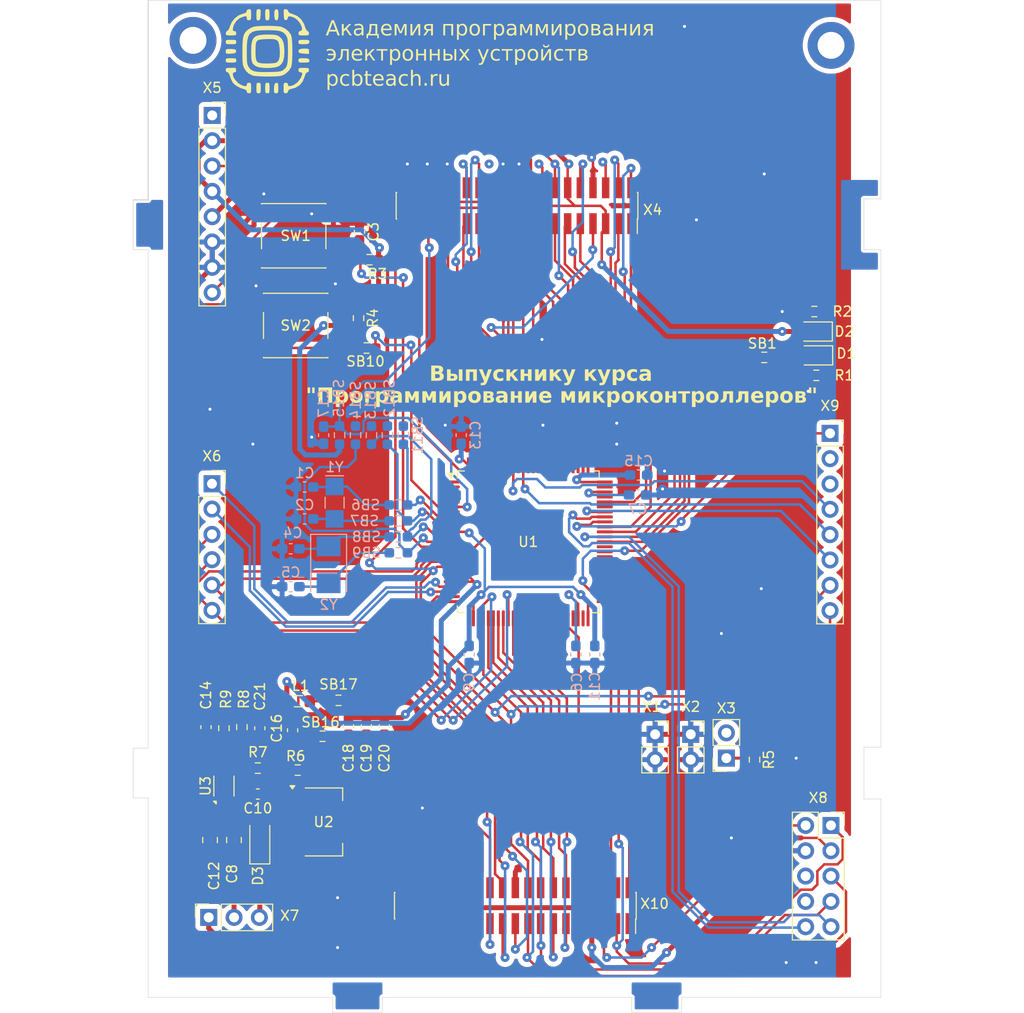
<source format=kicad_pcb>
(kicad_pcb (version 20240108) (generator "pcbnew") (generator_version "8.0")
  (layers (0 "F.Cu" signal) (31 "B.Cu" signal) (34 "B.Paste" user) (35 "F.Paste" user) (36 "B.SilkS" user "B.Silkscreen") (37 "F.SilkS" user "F.Silkscreen") (38 "B.Mask" user) (39 "F.Mask" user) (44 "Edge.Cuts" user))
  (net 0 "")
  (net 1 "Net-(C1-C1)")
  (net 2 "PGND")
  (net 3 "Net-(C2-C1)")
  (net 4 "/nRST")
  (net 5 "Net-(C4-C1)")
  (net 6 "Net-(C5-C1)")
  (net 7 "Net-(C6-C1)")
  (net 8 "Net-(C7-C1)")
  (net 9 "VIN")
  (net 10 "VDD")
  (net 11 "Net-(C10-C1)")
  (net 12 "E5V")
  (net 13 "C5V")
  (net 14 "VBAT")
  (net 15 "VDDA")
  (net 16 "AGND")
  (net 17 "Net-(D1-K)")
  (net 18 "Net-(D1-A)")
  (net 19 "Net-(D2-K)")
  (net 20 "Net-(L1-R2)")
  (net 21 "Net-(R4-R2)")
  (net 22 "BOOT0")
  (net 23 "Net-(R6-R2)")
  (net 24 "Net-(R8-R2)")
  (net 25 "PB13")
  (net 26 "/PC14")
  (net 27 "/PC15")
  (net 28 "/PH0")
  (net 29 "/PH1")
  (net 30 "/PC13")
  (net 31 "Net-(SB11-J2)")
  (net 32 "Net-(SB12-J2)")
  (net 33 "Net-(SB13-J2)")
  (net 34 "Net-(SB14-J2)")
  (net 37 "/PB4")
  (net 38 "/PD7")
  (net 39 "/PA14")
  (net 41 "/PA12")
  (net 42 "/PC2")
  (net 44 "/PC0")
  (net 47 "/PB5")
  (net 51 "/PC5")
  (net 52 "/PB6")
  (net 54 "/PB3")
  (net 55 "/PD5")
  (net 57 "/PB0")
  (net 58 "/PA1")
  (net 59 "/PB7")
  (net 60 "/PC3")
  (net 61 "/PA10")
  (net 62 "/PB12")
  (net 63 "/PB1")
  (net 64 "/PA5")
  (net 68 "/PD2")
  (net 69 "/PD3")
  (net 70 "/PD1")
  (net 71 "/PB2")
  (net 72 "/PB8")
  (net 73 "/PC7")
  (net 74 "/PA15")
  (net 75 "/PA11")
  (net 77 "/PC1")
  (net 78 "/PA0")
  (net 79 "/PB14")
  (net 80 "/PA4")
  (net 81 "/PD4")
  (net 83 "/PA2")
  (net 84 "/PC9")
  (net 85 "/PA8")
  (net 86 "/PD0")
  (net 87 "/PB15")
  (net 90 "/PB9")
  (net 91 "/PC4")
  (net 92 "/PA9")
  (net 93 "/PC11")
  (net 94 "/PC8")
  (net 95 "/PD6")
  (net 96 "/PC6")
  (net 98 "/PB10")
  (net 100 "/PA7")
  (net 102 "/PC12")
  (net 103 "/PB11")
  (net 104 "/PA13")
  (net 106 "/PC10")
  (net 107 "/PA6")
  (net 110 "/PA3")
  (net 113 "U5V")
  (net 114 "Net-(X10-PB9)")
  (footprint "Capacitor_SMD:C_0805_2012Metric_Pad1.18x1.45mm_HandSolder" (layer "F.Cu") (at 130.60659 119.21591 -90)
    (property "Reference" "C8")
    (property "Value" "10uF")
  )
  (footprint "Connector_PinSocket_2.54mm:PinSocket_1x02_P2.54mm_Vertical" (layer "F.Cu") (at 180 111 180)
    (property "Reference" "X3")
    (property "Value" "CONN-02P1L")
  )
  (footprint "Capacitor_SMD:C_0805_2012Metric_Pad1.18x1.45mm_HandSolder" (layer "F.Cu") (at 128.206589 119.21591 -90)
    (property "Reference" "C12")
    (property "Value" "10uF")
  )
  (footprint "Connector_PinSocket_2.54mm:PinSocket_1x06_P2.54mm_Vertical" (layer "F.Cu") (at 128.4 83.475)
    (property "Reference" "X6")
    (property "Value" "CONN-06P1L")
  )
  (footprint "Resistor_SMD:R_0603_1608Metric_Pad0.98x0.95mm_HandSolder" (layer "F.Cu") (at 129.6 108 90)
    (property "Reference" "R9")
    (property "Value" "10.2K")
  )
  (footprint "Package_QFP:LQFP-100_14x14mm_P0.5mm" (layer "F.Cu") (at 160.125 89.3)
    (property "Reference" "U1")
    (property "Value" "STM32H742Vx")
  )
  (footprint "Resistor_SMD:R_0603_1608Metric_Pad0.98x0.95mm_HandSolder" (layer "F.Cu") (at 133 111.999999 180)
    (property "Reference" "R7")
    (property "Value" "360")
  )
  (footprint "Resistor_SMD:R_0603_1608Metric_Pad0.98x0.95mm_HandSolder" (layer "F.Cu") (at 143.105 66.86 -90)
    (property "Reference" "R4")
    (property "Value" "10K")
  )
  (footprint "Diode_SMD:D_SOD-123F" (layer "F.Cu") (at 133.2 119.4 90)
    (property "Reference" "D3")
    (property "Value" "SS24FL")
  )
  (footprint "Package_DFN_QFN:DFN-6-1EP_2x1.8mm_P0.5mm_EP1.2x1.6mm" (layer "F.Cu") (at 129.599999 113.8 90)
    (property "Reference" "U3")
    (property "Value" "LD39050PU")
  )
  (footprint "Resistor_SMD:R_0603_1608Metric_Pad0.98x0.95mm_HandSolder" (layer "F.Cu") (at 141.0875 105.2)
    (property "Reference" "SB17")
    (property "Value" "JUMPER")
  )
  (footprint "Button_Switch_SMD:SW_SPST_PTS645" (layer "F.Cu") (at 136.8 67.6 180)
    (property "Reference" "SW2")
    (property "Value" "BUTTON1")
  )
  (footprint "LOGO" (layer "F.Cu") (at 134 40)
    (property "Reference" "G***" (hide yes))
    (property "Value" "LOGO" (hide yes))
  )
  (footprint "Capacitor_SMD:C_0603_1608Metric_Pad1.08x0.95mm_HandSolder" (layer "F.Cu") (at 136.487499 108.2 -90)
    (property "Reference" "C16")
    (property "Value" "0.1uF")
  )
  (footprint "Capacitor_SMD:C_0603_1608Metric_Pad1.08x0.95mm_HandSolder" (layer "F.Cu") (at 143.2 58.2 90)
    (property "Reference" "C3")
    (property "Value" "10n")
  )
  (footprint "Capacitor_SMD:C_0603_1608Metric_Pad1.08x0.95mm_HandSolder" (layer "F.Cu") (at 133.2 108 90)
    (property "Reference" "C21")
    (property "Value" "0.1uF")
  )
  (footprint "Resistor_SMD:R_0603_1608Metric_Pad0.98x0.95mm_HandSolder" (layer "F.Cu") (at 183.8 70.8 180)
    (property "Reference" "SB1")
    (property "Value" "JUMPER")
  )
  (footprint "Capacitor_SMD:C_0603_1608Metric_Pad1.08x0.95mm_HandSolder" (layer "F.Cu") (at 143.8875 107.8 -90)
    (property "Reference" "C19")
    (property "Value" "10nF")
  )
  (footprint "LED_SMD:LED_0805_2012Metric_Pad1.15x1.40mm_HandSolder" (layer "F.Cu") (at 188.76775 68.205073 180)
    (property "Reference" "D2")
    (property "Value" "LED")
  )
  (footprint "LED_SMD:LED_0805_2012Metric_Pad1.15x1.40mm_HandSolder" (layer "F.Cu") (at 188.8 70.6 180)
    (property "Reference" "D1")
    (property "Value" "LED")
  )
  (footprint "Resistor_SMD:R_0603_1608Metric_Pad0.98x0.95mm_HandSolder" (layer "F.Cu") (at 137 112.2 180)
    (property "Reference" "R6")
    (property "Value" "120")
  )
  (footprint "Connector_PinSocket_1.27mm:PinSocket_2x19_P1.27mm_Vertical_SMD" (layer "F.Cu") (at 158.83 125.8 -90)
    (property "Reference" "X10")
    (property "Value" "ST-MORPHO-CN10")
  )
  (footprint "Capacitor_SMD:C_0603_1608Metric_Pad1.08x0.95mm_HandSolder" (layer "F.Cu") (at 133 114.6 180)
    (property "Reference" "C10")
    (property "Value" "4.7uF")
  )
  (footprint "Connector_PinSocket_2.54mm:PinSocket_2x05_P2.54mm_Vertical" (layer "F.Cu") (at 190.489999 117.749999)
    (property "Reference" "X8")
    (property "Value" "CONN-10P1L")
  )
  (footprint "Inductor_SMD:L_0805_2012Metric_Pad1.05x1.20mm_HandSolder" (layer "F.Cu") (at 137.062499 105.289999)
    (property "Reference" "L1")
    (property "Value" "BEAD")
  )
  (footprint "Package_TO_SOT_SMD:SOT-223" (layer "F.Cu") (at 139.6 117.4)
    (property "Reference" "U2")
    (property "Value" "LM1117")
  )
  (footprint "MountingHole:MountingHole_2.7mm_M2.5_DIN965_Pad_TopBottom" (layer "F.Cu") (at 126.5 39)
    (property "Reference" "REF**" (hide yes))
    (property "Value" "MountingHole_2.7mm_M2.5_DIN965_Pad_TopBottom")
  )
  (footprint "Resistor_SMD:R_0603_1608Metric_Pad0.98x0.95mm_HandSolder" (layer "F.Cu") (at 182.825 111.15 -90)
    (property "Reference" "R5")
    (property "Value" "10K")
  )
  (footprint "Connector_PinSocket_2.54mm:PinSocket_1x08_P2.54mm_Vertical" (layer "F.Cu") (at 190.4 78.42)
    (property "Reference" "X9")
    (property "Value" "CONN-08P1L")
  )
  (footprint "Resistor_SMD:R_0603_1608Metric_Pad0.98x0.95mm_HandSolder" (layer "F.Cu") (at 131.4 107.8875 90)
    (property "Reference" "R8")
    (property "Value" "32.0K")
  )
  (footprint "Connector_PinSocket_1.27mm:PinSocket_2x19_P1.27mm_Vertical_SMD" (layer "F.Cu") (at 159 55.585 -90)
    (property "Reference" "X4")
    (property "Value" "ST-MORPHO-CN7")
  )
  (footprint "Connector_PinSocket_2.54mm:PinSocket_1x02_P2.54mm_Vertical" (layer "F.Cu") (at 172.85 108.61)
    (property "Reference" "X1")
    (property "Value" "CONN-02P1LA")
  )
  (footprint "Connector_PinSocket_2.54mm:PinSocket_1x08_P2.54mm_Vertical" (layer "F.Cu") (at 128.425 46.525)
    (property "Reference" "X5")
    (property "Value" "CONN-08P1L")
  )
  (footprint "Resistor_SMD:R_0603_1608Metric_Pad0.98x0.95mm_HandSolder" (layer "F.Cu") (at 143.905 69.86)
    (property "Reference" "SB10")
    (property "Value" "JUMPER")
  )
  (footprint "Resistor_SMD:R_0603_1608Metric_Pad0.98x0.95mm_HandSolder" (layer "F.Cu") (at 189.024999 72.6 180)
    (property "Reference" "R1")
    (property "Value" "330")
  )
  (footprint "Connector_PinSocket_2.54mm:PinSocket_1x03_P2.54mm_Vertical" (layer "F.Cu") (at 128.075 126.975 90)
    (property "Reference" "X7")
    (property "Value" "CONN-03P1L")
  )
  (footprint "Capacitor_SMD:C_0603_1608Metric_Pad1.08x0.95mm_HandSolder" (layer "F.Cu") (at 127.799999 107.8875 90)
    (property "Reference" "C14")
    (property "Value" "1uF")
  )
  (footprint "Button_Switch_SMD:SW_SPST_PTS645" (layer "F.Cu") (at 136.6 58.6 180)
    (property "Reference" "SW1")
    (property "Value" "BUTTON1")
  )
  (footprint "Capacitor_SMD:C_0603_1608Metric_Pad1.08x0.95mm_HandSolder" (layer "F.Cu") (at 142.0875 107.8 -90)
    (property "Reference" "C18")
    (property "Value" "1uF")
  )
  (footprint "Resistor_SMD:R_0603_1608Metric_Pad0.98x0.95mm_HandSolder" (layer "F.Cu") (at 139.4875 108.8)
    (property "Reference" "SB16")
    (property "Value" "JUMPER")
  )
  (footprint "MountingHole:MountingHole_2.7mm_M2.5_DIN965_Pad_TopBottom" (layer "F.Cu") (at 190.5 39.5)
    (property "Reference" "REF**" (hide yes))
    (property "Value" "MountingHole_2.7mm_M2.5_DIN965_Pad_TopBottom")
  )
  (footprint "Capacitor_SMD:C_0603_1608Metric_Pad1.08x0.95mm_HandSolder" (layer "F.Cu") (at 145.687499 107.799999 -90)
    (property "Reference" "C20")
    (property "Value" "10nF")
  )
  (footprint "Resistor_SMD:R_0603_1608Metric_Pad0.98x0.95mm_HandSolder" (layer "F.Cu") (at 188.824999 66.2 180)
    (property "Reference" "R2")
    (property "Value" "470")
  )
  (footprint "Resistor_SMD:R_0603_1608Metric_Pad0.98x0.95mm_HandSolder" (layer "F.Cu") (at 144.2 61 180)
    (property "Reference" "R3")
    (property "Value" "10K")
  )
  (footprint "Connector_PinSocket_2.54mm:PinSocket_1x02_P2.54mm_Vertical" (layer "F.Cu") (at 176.425 108.61)
    (property "Reference" "X2")
    (property "Value" "CONN-02P1LA")
  )
  (footprint "Capacitor_SMD:C_0603_1608Metric_Pad1.08x0.95mm_HandSolder" (layer "B.Cu") (at 136.3 93.8 180)
    (property "Reference" "C5")
    (property "Value" "20pF")
  )
  (footprint "Resistor_SMD:R_0603_1608Metric_Pad0.98x0.95mm_HandSolder" (layer "B.Cu") (at 147.1 90.4)
    (property "Reference" "SB9")
    (property "Value" "JUMPER")
  )
  (footprint "Capacitor_SMD:C_0603_1608Metric_Pad1.08x0.95mm_HandSolder" (layer "B.Cu") (at 171.1 84.6)
    (property "Reference" "C7")
    (property "Value" "2.2uF")
  )
  (footprint "Crystal:Crystal_SMD_5032-2Pin_5.0x3.2mm" (layer "B.Cu") (at 140.1 91.6 -90)
    (property "Reference" "Y2")
    (property "Value" "8MHz")
  )
  (footprint "Capacitor_SMD:C_0603_1608Metric_Pad1.08x0.95mm_HandSolder" (layer "B.Cu") (at 137.7 83.8 180)
    (property "Reference" "C1")
    (property "Value" "CAPACITOR")
  )
  (footprint "Resistor_SMD:R_0603_1608Metric_Pad0.98x0.95mm_HandSolder" (layer "B.Cu") (at 147.6 78.6 90)
    (property "Reference" "SB11")
    (property "Value" "JUMPER")
  )
  (footprint "Capacitor_SMD:C_0603_1608Metric_Pad1.08x0.95mm_HandSolder" (layer "B.Cu") (at 137.7 87 180)
    (property "Reference" "C2")
    (property "Value" "CAPACITOR")
  )
  (footprint "Resistor_SMD:R_0603_1608Metric_Pad0.98x0.95mm_HandSolder" (layer "B.Cu") (at 147.1 88.8)
    (property "Reference" "SB8")
    (property "Value" "JUMPER")
  )
  (footprint "Capacitor_SMD:C_0603_1608Metric_Pad1.08x0.95mm_HandSolder" (layer "B.Cu") (at 153.4 78.6 90)
    (property "Reference" "C13")
    (property "Value" "0.1uF")
  )
  (footprint "Capacitor_SMD:C_0603_1608Metric_Pad1.08x0.95mm_HandSolder" (layer "B.Cu") (at 164.9 100.6 -90)
    (property "Reference" "C6")
    (property "Value" "2.2uF")
  )
  (footprint "Resistor_SMD:R_0603_1608Metric_Pad0.98x0.95mm_HandSolder" (layer "B.Cu") (at 146 78.6 90)
    (property "Reference" "SB12")
    (property "Value" "JUMPER")
  )
  (footprint "Capacitor_SMD:C_0603_1608Metric_Pad1.08x0.95mm_HandSolder" (layer "B.Cu") (at 136.3 90 180)
    (property "Reference" "C4")
    (property "Value" "20pF")
  )
  (footprint "Resistor_SMD:R_0603_1608Metric_Pad0.98x0.95mm_HandSolder" (layer "B.Cu") (at 147.1 85.6)
    (property "Reference" "SB6")
    (property "Value" "JUMPER")
  )
  (footprint "Resistor_SMD:R_0603_1608Metric_Pad0.98x0.95mm_HandSolder" (layer "B.Cu") (at 141.200001 78.6 90)
    (property "Reference" "SB15")
    (property "Value" "JUMPER")
  )
  (footprint "Resistor_SMD:R_0603_1608Metric_Pad0.98x0.95mm_HandSolder" (layer "B.Cu") (at 142.799999 78.6 90)
    (property "Reference" "SB14")
    (property "Value" "JUMPER")
  )
  (footprint "Capacitor_SMD:C_0603_1608Metric_Pad1.08x0.95mm_HandSolder" (layer "B.Cu") (at 171.2 82.6)
    (property "Reference" "C15")
    (property "Value" "0.1uF")
  )
  (footprint "Capacitor_SMD:C_0603_1608Metric_Pad1.08x0.95mm_HandSolder" (layer "B.Cu") (at 139.6 78.6 -90)
    (property "Reference" "C17")
    (property "Value" "0.1uF")
  )
  (footprint "Resistor_SMD:R_0603_1608Metric_Pad0.98x0.95mm_HandSolder" (layer "B.Cu") (at 147.1 87.2)
    (property "Reference" "SB7")
    (property "Value" "JUMPER")
  )
  (footprint "Capacitor_SMD:C_0603_1608Metric_Pad1.08x0.95mm_HandSolder" (layer "B.Cu") (at 166.8 100.6 -90)
    (property "Reference" "C11")
    (property "Value" "0.1uF")
  )
  (footprint "Crystal:Crystal_SMD_EuroQuartz_EQ161-2Pin_3.2x1.5mm_HandSoldering" (layer "B.Cu") (at 140.7 85.374999 -90)
    (property "Reference" "Y1")
    (property "Value" "32.768K")
  )
  (footprint "Resistor_SMD:R_0603_1608Metric_Pad0.98x0.95mm_HandSolder" (layer "B.Cu") (at 144.4 78.6 90)
    (property "Reference" "SB13")
    (property "Value" "JUMPER")
  )
  (footprint "Capacitor_SMD:C_0603_1608Metric_Pad1.08x0.95mm_HandSolder" (layer "B.Cu") (at 154.2 100.6 -90)
    (property "Reference" "C9")
    (property "Value" "0.1uF")
  )
  (gr_line (start 120.5 110) (end 120.5 115) (stroke (width 0.05)) (layer "Edge.Cuts"))
  (gr_line (start 195.5 115.1) (end 193.8 115.1) (stroke (width 0.05)) (layer "Edge.Cuts"))
  (gr_line (start 195.5 60) (end 193.8 60) (stroke (width 0.05)) (layer "Edge.Cuts"))
  (gr_line (start 195.5 54.9) (end 195.5 35) (stroke (width 0.05)) (layer "Edge.Cuts"))
  (gr_line (start 195.5 135) (end 175.5 135) (stroke (width 0.05)) (layer "Edge.Cuts"))
  (gr_line (start 120.5 55) (end 122 55) (stroke (width 0.1)) (layer "Edge.Cuts"))
  (gr_line (start 175.5 136.5) (end 170.5 136.5) (stroke (width 0.05)) (layer "Edge.Cuts"))
  (gr_line (start 193.8 109.9) (end 195.5 109.9) (stroke (width 0.05)) (layer "Edge.Cuts"))
  (gr_line (start 170.5 135) (end 145.5 135) (stroke (width 0.05)) (layer "Edge.Cuts"))
  (gr_line (start 140.5 135) (end 140.5 136.5) (stroke (width 0.05)) (layer "Edge.Cuts"))
  (gr_line (start 122 135) (end 140.5 135) (stroke (width 0.05)) (layer "Edge.Cuts"))
  (gr_line (start 120.5 110) (end 122 110) (stroke (width 0.05)) (layer "Edge.Cuts"))
  (gr_line (start 140.5 136.5) (end 145.5 136.5) (stroke (width 0.05)) (layer "Edge.Cuts"))
  (gr_line (start 122 60) (end 122 110) (stroke (width 0.05)) (layer "Edge.Cuts"))
  (gr_line (start 193.8 115.1) (end 193.8 109.9) (stroke (width 0.05)) (layer "Edge.Cuts"))
  (gr_line (start 120.5 55) (end 120.5 60) (stroke (width 0.05)) (layer "Edge.Cuts"))
  (gr_line (start 195.5 35) (end 122 35) (stroke (width 0.05)) (layer "Edge.Cuts"))
  (gr_line (start 120.5 60) (end 122 60) (stroke (width 0.05)) (layer "Edge.Cuts"))
  (gr_line (start 195.5 109.9) (end 195.5 60) (stroke (width 0.05)) (layer "Edge.Cuts"))
  (gr_line (start 175.5 135) (end 175.5 136.5) (stroke (width 0.05)) (layer "Edge.Cuts"))
  (gr_line (start 122 55) (end 122 35) (stroke (width 0.1)) (layer "Edge.Cuts"))
  (gr_line (start 145.5 135) (end 145.5 136.5) (stroke (width 0.05)) (layer "Edge.Cuts"))
  (gr_line (start 122 115) (end 120.5 115) (stroke (width 0.05)) (layer "Edge.Cuts"))
  (gr_line (start 195.5 54.9) (end 193.8 54.9) (stroke (width 0.05)) (layer "Edge.Cuts"))
  (gr_line (start 170.5 136.5) (end 170.5 135) (stroke (width 0.05)) (layer "Edge.Cuts"))
  (gr_line (start 193.8 60) (end 193.8 54.9) (stroke (width 0.05)) (layer "Edge.Cuts"))
  (gr_line (start 122 115) (end 122 135) (stroke (width 0.05)) (layer "Edge.Cuts"))
  (gr_line (start 195.5 135) (end 195.5 115.1) (stroke (width 0.05)) (layer "Edge.Cuts"))
  (gr_text "Выпускнику курса" (at 150.2 73.4 0) (layer "F.SilkS") (effects (font (size 1.5 1.5) (thickness 0.3) (bold yes) (italic yes)) (justify left bottom)))
  (gr_text "{dblquote}Программирование микроконтроллеров{dblquote}" (at 137.8 75.6 0) (layer "F.SilkS") (effects (font (size 1.5 1.5) (thickness 0.3) (bold yes) (italic yes)) (justify left bottom)))
  (gr_text "Академия программирования \nэлектронных устройств\npcbteach.ru" (at 139.8 43.8 0) (layer "F.SilkS") (effects (font (size 1.5 1.5) (thickness 0.1)) (justify left bottom)))
  (segment (start 143.8 85.6) (end 146.1875 85.6) (width 0.25) (layer "B.Cu") (net 1))
  (segment (start 138.562501 83.8) (end 140.649998 83.8) (width 0.25) (layer "B.Cu") (net 1))
  (segment (start 140.7 83.749998) (end 141.949998 83.749998) (width 0.25) (layer "B.Cu") (net 1))
  (segment (start 140.649998 83.8) (end 140.7 83.749998) (width 0.25) (layer "B.Cu") (net 1))
  (segment (start 141.949998 83.749998) (end 143.8 85.6) (width 0.25) (layer "B.Cu") (net 1))
  (segment (start 128.425 61.765) (end 126.6 63.59) (width 0.5) (layer "F.Cu") (net 2))
  (segment (start 127.799999 107.024999) (end 129.537499 107.024999) (width 0.5) (layer "F.Cu") (net 2))
  (segment (start 126.6 65.2) (end 127.005 65.605) (width 0.5) (layer "F.Cu") (net 2))
  (segment (start 130.137499 116.6) (end 132.137499 114.6) (width 0.5) (layer "F.Cu") (net 2))
  (segment (start 141.567499 57.337499) (end 140.58 56.35) (width 0.5) (layer "F.Cu") (net 2))
  (segment (start 138.575 108.8) (end 136.75 108.8) (width 0.5) (layer "F.Cu") (net 2))
  (segment (start 127.005 65.605) (end 132.565 65.605) (width 0.5) (layer "F.Cu") (net 2))
  (segment (start 140.78 65.35) (end 140.78 63.42) (width 0.5) (layer "F.Cu") (net 2))
  (segment (start 138.45 56.35) (end 138.4 56.4) (width 0.5) (layer "F.Cu") (net 2))
  (segment (start 159 57.385) (end 159 53.785) (width 0.25) (layer "F.Cu") (net 2))
  (segment (start 188.2 74.2) (end 188.112499 74.112499) (width 0.5) (layer "F.Cu") (net 2))
  (segment (start 127 117.575621) (end 127.975621 116.6) (width 0.5) (layer "F.Cu") (net 2))
  (segment (start 188.112499 74.112499) (end 188.112499 72.6) (width 0.5) (layer "F.Cu") (net 2))
  (segment (start 132.0875 110.7125) (end 132.0875 111.999999) (width 0.5) (layer "F.Cu") (net 2))
  (segment (start 128.206589 120.25341) (end 127 119.046821) (width 0.5) (layer "F.Cu") (net 2))
  (segment (start 129.745 59.225) (end 132.62 56.35) (width 0.5) (layer "F.Cu") (net 2))
  (segment (start 128.425 61.765) (end 128.425 59.225) (width 0.5) (layer "F.Cu") (net 2))
  (segment (start 128.206589 120.25341) (end 130.60659 120.25341) (width 0.5) (layer "F.Cu") (net 2))
  (segment (start 132.82 65.35) (end 140.78 65.35) (width 0.5) (layer "F.Cu") (net 2))
  (segment (start 132.62 55.38) (end 133.6 54.4) (width 0.5) (layer "F.Cu") (net 2))
  (segment (start 135.15 110.4) (end 132.4 110.4) (width 0.5) (layer "F.Cu") (net 2))
  (segment (start 132.137499 112.049998) (end 132.0875 111.999999) (width 0.5) (layer "F.Cu") (net 2))
  (segment (start 131.662501 105.6) (end 133.2 107.137499) (width 0.5) (layer "F.Cu") (net 2))
  (segment (start 187.912499 66.2) (end 185.6 66.2) (width 0.5) (layer "F.Cu") (net 2))
  (segment (start 136.75 108.8) (end 136.487499 109.062501) (width 0.5) (layer "F.Cu") (net 2))
  (segment (start 140.8 63.4) (end 140.78 63.42) (width 0.5) (layer "F.Cu") (net 2))
  (segment (start 143.2 57.337499) (end 141.567499 57.337499) (width 0.5) (layer "F.Cu") (net 2))
  (segment (start 127 119.046821) (end 127 117.575621) (width 0.5) (layer "F.Cu") (net 2))
  (segment (start 132.82 65.35) (end 132.82 63.62) (width 0.5) (layer "F.Cu") (net 2))
  (segment (start 159 53.785) (end 157.73 53.785) (width 0.25) (layer "F.Cu") (net 2))
  (segment (start 140.58 56.35) (end 138.45 56.35) (width 0.5) (layer "F.Cu") (net 2))
  (segment (start 132.565 65.605) (end 132.82 65.35) (width 0.5) (layer "F.Cu") (net 2))
  (segment (start 166.460002 50.739998) (end 166.480002 50.739998) (width 0.25) (layer "F.Cu") (net 2))
  (segment (start 129.6 107.0875) (end 131.0875 105.6) (width 0.5) (layer "F.Cu") (net 2))
  (segment (start 132.62 56.35) (end 132.62 55.38) (width 0.5) (layer "F.Cu") (net 2))
  (segment (start 147.57 53.785) (end 152.65 53.785) (width 0.25) (layer "F.Cu") (net 2))
  (segment (start 166.4 50.8) (end 166.460002 50.739998) (width 0.25) (layer "F.Cu") (net 2))
  (segment (start 166.62 53.785) (end 166.62 51.02) (width 0.25) (layer "F.Cu") (net 2))
  (segment (start 127.975621 116.6) (end 129.6 116.6) (width 0.5) (layer "F.Cu") (net 2))
  (segment (start 129.599999 114.875) (end 129.6 116.6) (width 0.25) (layer "F.Cu") (net 2))
  (segment (start 129.537499 107.024999) (end 129.6 107.0875) (width 0.5) (layer "F.Cu") (net 2))
  (segment (start 129.6 116.6) (end 130.137499 116.6) (width 0.5) (layer "F.Cu") (net 2))
  (segment (start 126.6 63.59) (end 126.6 65.2) (width 0.5) (layer "F.Cu") (net 2))
  (segment (start 128.425 59.225) (end 129.745 59.225) (width 0.5) (layer "F.Cu") (net 2))
  (segment (start 131.0875 105.6) (end 131.662501 105.6) (width 0.5) (layer "F.Cu") (net 2))
  (segment (start 132.4 110.4) (end 132.0875 110.7125) (width 0.5) (layer "F.Cu") (net 2))
  (segment (start 136.487499 109.062501) (end 135.15 110.4) (width 0.5) (layer "F.Cu") (net 2))
  (segment (start 166.62 51.02) (end 166.4 50.8) (width 0.25) (layer "F.Cu") (net 2))
  (segment (start 132.8 63.6) (end 132.82 63.62) (width 0.5) (layer "F.Cu") (net 2))
  (segment (start 132.137499 114.6) (end 132.137499 112.049998) (width 0.5) (layer "F.Cu") (net 2))
  (via (at 161.6 77.6) (size 0.9) (drill 0.3) (layers "F.Cu" "B.Cu") (net 2))
  (via (at 151.8 77.6) (size 0.9) (drill 0.3) (layers "F.Cu" "B.Cu") (net 2))
  (via (at 152 51.4) (size 0.9) (drill 0.3) (layers "F.Cu" "B.Cu") (net 2))
  (via (at 166.480002 50.739998) (size 0.9) (drill 0.3) (layers "F.Cu" "B.Cu") (net 2))
  (via (at 189 131.5) (size 0.9) (drill 0.3) (layers "F.Cu" "B.Cu") (net 2))
  (via (at 169 77.4) (size 0.9) (drill 0.3) (layers "F.Cu" "B.Cu") (net 2))
  (via (at 169 79.5) (size 0.9) (drill 0.3) (layers "F.Cu" "B.Cu") (net 2))
  (via (at 157.6 51.4) (size 0.9) (drill 0.3) (layers "F.Cu" "B.Cu") (net 2))
  (via (at 150 51.4) (size 0.9) (drill 0.3) (layers "F.Cu" "B.Cu") (net 2))
  (via (at 183.8 52.4) (size 0.9) (drill 0.3) (layers "F.Cu" "B.Cu") (net 2))
  (via (at 159.2 51.4) (size 0.9) (drill 0.3) (layers "F.Cu" "B.Cu") (net 2))
  (via (at 141 125) (size 0.9) (drill 0.3) (layers "F.Cu" "B.Cu") (net 2))
  (via (at 133.6 54.4) (size 0.9) (drill 0.3) (layers "F.Cu" "B.Cu") (net 2))
  (via (at 173.8 82.2) (size 0.9) (drill 0.3) (layers "F.Cu" "B.Cu") (net 2))
  (via (at 183.5 94) (size 0.9) (drill 0.3) (layers "F.Cu" "B.Cu") (net 2))
  (via (at 140.78 63.42) (size 0.9) (drill 0.3) (layers "F.Cu" "B.Cu") (net 2))
  (via (at 188.2 74.2) (size 0.9) (drill 0.3) (layers "F.Cu" "B.Cu") (net 2))
  (via (at 132.5 79.5) (size 0.9) (drill 0.3) (layers "F.Cu" "B.Cu") (net 2))
  (via (at 161.5 69) (size 0.9) (drill 0.3) (layers "F.Cu" "B.Cu") (net 2))
  (via (at 179.5 98.5) (size 0.9) (drill 0.3) (layers "F.Cu" "B.Cu") (net 2))
  (via (at 132.82 63.62) (size 0.9) (drill 0.3) (layers "F.Cu" "B.Cu") (net 2))
  (via (at 148 51.4) (size 0.9) (drill 0.3) (layers "F.Cu" "B.Cu") (net 2))
  (via (at 141 130) (size 0.9) (drill 0.3) (layers "F.Cu" "B.Cu") (net 2))
  (via (at 175.8 37.6) (size 0.9) (drill 0.3) (layers "F.Cu" "B.Cu") (net 2))
  (via (at 173.6 84) (size 0.9) (drill 0.3) (layers "F.Cu" "B.Cu") (net 2))
  (via (at 177 57) (size 0.9) (drill 0.3) (layers "F.Cu" "B.Cu") (net 2))
  (via (at 185.6 66.2) (size 0.9) (drill 0.3) (layers "F.Cu" "B.Cu") (net 2))
  (via (at 138.4 56.4) (size 0.9) (drill 0.3) (layers "F.Cu" "B.Cu") (net 2))
  (via (at 187 111) (size 0.9) (drill 0.3) (layers "F.Cu" "B.Cu") (net 2))
  (via (at 180.5 119) (size 0.9) (drill 0.3) (layers "F.Cu" "B.Cu") (net 2))
  (via (at 149.5 116) (size 0.9) (drill 0.3) (layers "F.Cu" "B.Cu") (net 2))
  (via (at 186 131.5) (size 0.9) (drill 0.3) (layers "F.Cu" "B.Cu") (net 2))
  (via (at 128.2 76) (size 0.9) (drill 0.3) (layers "F.Cu" "B.Cu") (net 2))
  (via (at 138.4 78.8) (size 0.9) (drill 0.3) (layers "F.Cu" "B.Cu") (net 2))
  (segment (start 139.6 79.462501) (end 139.062501 79.462501) (width 0.5) (layer "B.Cu") (net 2))
  (segment (start 151.937499 77.737499) (end 151.8 77.6) (width 0.5) (layer "B.Cu") (net 2))
  (segment (start 153.4 77.737499) (end 151.937499 77.737499) (width 0.5) (layer "B.Cu") (net 2))
  (segment (start 139.062501 79.462501) (end 138.4 78.8) (width 0.5) (layer "B.Cu") (net 2))
  (segment (start 141 87) (end 141.2 87.2) (width 0.25) (layer "B.Cu") (net 3))
  (segment (start 140.7 87) (end 141 87) (width 0.25) (layer "B.Cu") (net 3))
  (segment (start 138.562501 87) (end 140.7 87) (width 0.25) (layer "B.Cu") (net 3))
  (segment (start 141.2 87.2) (end 146.1875 87.2) (width 0.25) (layer "B.Cu") (net 3))
  (segment (start 143.2875 62.2875) (end 143.4 62.4) (width 0.25) (layer "F.Cu") (net 4))
  (segment (start 140.58 60.85) (end 143.1375 60.85) (width 0.25) (layer "F.Cu") (net 4))
  (segment (start 149.403981 89.8) (end 147.569246 87.965265) (width 0.25) (layer "F.Cu") (net 4))
  (segment (start 147.569246 62.830754) (end 147.6 62.8) (width 0.25) (layer "F.Cu") (net 4))
  (segment (start 143.2875 59.150001) (end 143.2 59.062501) (width 0.25) (layer "F.Cu") (net 4))
  (segment (start 143.2875 61) (end 143.2875 62.2875) (width 0.25) (layer "F.Cu") (net 4))
  (segment (start 143.1375 60.85) (end 143.2875 61) (width 0.25) (layer "F.Cu") (net 4))
  (segment (start 132.62 60.85) (end 140.58 60.85) (width 0.25) (layer "F.Cu") (net 4))
  (segment (start 147.569246 87.965265) (end 147.569246 62.830754) (width 0.25) (layer "F.Cu") (net 4))
  (segment (start 152.45 89.8) (end 149.403981 89.8) (width 0.25) (layer "F.Cu") (net 4))
  (segment (start 143.2875 61) (end 143.2875 59.150001) (width 0.25) (layer "F.Cu") (net 4))
  (via (at 143.4 62.4) (size 0.9) (drill 0.3) (layers "F.Cu" "B.Cu") (net 4))
  (via (at 147.6 62.8) (size 0.9) (drill 0.3) (layers "F.Cu" "B.Cu") (net 4))
  (segment (start 143.4 62.4) (end 143.8 62.8) (width 0.25) (layer "B.Cu") (net 4))
  (segment (start 143.8 62.8) (end 147.6 62.8) (width 0.25) (layer "B.Cu") (net 4))
  (segment (start 140.250001 89.749999) (end 141.2 88.8) (width 0.25) (layer "B.Cu") (net 5))
  (segment (start 139.849999 90) (end 140.1 89.749999) (width 0.25) (layer "B.Cu") (net 5))
  (segment (start 141.2 88.8) (end 146.1875 88.8) (width 0.25) (layer "B.Cu") (net 5))
  (segment (start 137.162501 90) (end 139.849999 90) (width 0.25) (layer "B.Cu") (net 5))
  (segment (start 140.1 89.749999) (end 140.250001 89.749999) (width 0.25) (layer "B.Cu") (net 5))
  (segment (start 137.162501 93.8) (end 139.750001 93.8) (width 0.25) (layer "B.Cu") (net 6))
  (segment (start 140.149999 93.450001) (end 143.2 90.4) (width 0.25) (layer "B.Cu") (net 6))
  (segment (start 139.750001 93.8) (end 140.1 93.450001) (width 0.25) (layer "B.Cu") (net 6))
  (segment (start 143.2 90.4) (end 146.1875 90.4) (width 0.25) (layer "B.Cu") (net 6))
  (segment (start 140.1 93.450001) (end 140.149999 93.450001) (width 0.25) (layer "B.Cu") (net 6))
  (segment (start 165.124999 96.975) (end 165.124999 95.524999) (width 0.25) (layer "F.Cu") (net 7))
  (segment (start 165.124999 95.524999) (end 164.2 94.6) (width 0.25) (layer "F.Cu") (net 7))
  (via (at 164.2 94.6) (size 0.9) (drill 0.3) (layers "F.Cu" "B.Cu") (net 7))
  (segment (start 164.9 95.3) (end 164.2 94.6) (width 0.25) (layer "B.Cu") (net 7))
  (segment (start 164.9 99.737499) (end 164.9 95.3) (width 0.25) (layer "B.Cu") (net 7))
  (segment (start 166.299999 84.300001) (end 166.2 84.4) (width 0.25) (layer "F.Cu") (net 8))
  (segment (start 167.8 84.300001) (end 166.299999 84.300001) (width 0.25) (layer "F.Cu") (net 8))
  (via (at 166.2 84.4) (size 0.9) (drill 0.3) (layers "F.Cu" "B.Cu") (net 8))
  (segment (start 166.4 84.6) (end 166.2 84.4) (width 0.25) (layer "B.Cu") (net 8))
  (segment (start 170.237499 84.6) (end 166.4 84.6) (width 0.25) (layer "B.Cu") (net 8))
  (segment (start 130.60659 118.17841) (end 131.17841 118.17841) (width 0.25) (layer "F.Cu") (net 9))
  (segment (start 156.46 54.54) (end 156.46 53.785) (width 0.25) (layer "F.Cu") (net 9))
  (segment (start 131.875001 118.875001) (end 135.625001 118.875001) (width 0.25) (layer "F.Cu") (net 9))
  (segment (start 131.52 61.21) (end 131.52 59.875) (width 0.25) (layer "F.Cu") (net 9))
  (segment (start 131.52 59.875) (end 136.195 55.2) (width 0.25) (layer "F.Cu") (net 9))
  (segment (start 131.17841 118.17841) (end 131.875001 118.875001) (width 0.25) (layer "F.Cu") (net 9))
  (segment (start 128.425 64.305) (end 131.52 61.21) (width 0.25) (layer "F.Cu") (net 9))
  (segment (start 135.625001 118.875001) (end 136.45 119.7) (width 0.25) (layer "F.Cu") (net 9))
  (segment (start 155.8 55.2) (end 156.46 54.54) (width 0.25) (layer "F.Cu") (net 9))
  (segment (start 136.195 55.2) (end 155.8 55.2) (width 0.25) (layer "F.Cu") (net 9))
  (via (at 156.2 51.4) (size 0.9) (drill 0.3) (layers "F.Cu" "B.Cu") (net 9))
  (segment (start 133.2 108.862501) (end 134.962497 108.862501) (width 0.5) (layer "F.Cu") (net 10))
  (segment (start 166.125 96.975) (end 166.125 95.325) (width 0.25) (layer "F.Cu") (net 10))
  (segment (start 135.912499 105.289999) (end 135.912499 103.312499) (width 0.5) (layer "F.Cu") (net 10))
  (segment (start 164.08 51.52) (end 164.2 51.4) (width 0.25) (layer "F.Cu") (net 10))
  (segment (start 164.08 54.88) (end 164.08 53.785) (width 0.25) (layer "F.Cu") (net 10))
  (segment (start 161.54 55.14) (end 162 55.6) (width 0.25) (layer "F.Cu") (net 10))
  (segment (start 167.89 57.89) (end 167.5 58.28) (width 0.25) (layer "F.Cu") (net 10))
  (segment (start 166.125 95.325) (end 165.4 94.6) (width 0.25) (layer "F.Cu") (net 10))
  (segment (start 164.982664 83.07223) (end 165.210434 83.3) (width 0.25) (layer "F.Cu") (net 10))
  (segment (start 185.605073 68.205073) (end 185.6 68.2) (width 0.5) (layer "F.Cu") (net 10))
  (segment (start 135.912499 105.289999) (end 135.912499 106.762499) (width 0.5) (layer "F.Cu") (net 10))
  (segment (start 127 49.8) (end 127 52.72) (width 0.5) (layer "F.Cu") (net 10))
  (segment (start 167.89 57.385) (end 167.89 57.89) (width 0.25) (layer "F.Cu") (net 10))
  (segment (start 164.08 53.785) (end 164.08 51.52) (width 0.25) (layer "F.Cu") (net 10))
  (segment (start 164.8 55.6) (end 164.08 54.88) (width 0.25) (layer "F.Cu") (net 10))
  (segment (start 161.54 53.785) (end 161.54 55.14) (width 0.25) (layer "F.Cu") (net 10))
  (segment (start 143.105 65.9475) (end 141.4525 67.6) (width 0.5) (layer "F.Cu") (net 10))
  (segment (start 161.54 51.74) (end 161.2 51.4) (width 0.25) (layer "F.Cu") (net 10))
  (segment (start 131.135 49.065) (end 132 48.2) (width 0.5) (layer "F.Cu") (net 10))
  (segment (start 135.912499 106.762499) (end 136.487499 107.337499) (width 0.5) (layer "F.Cu") (net 10))
  (segment (start 145.1125 59.8875) (end 145.2 59.8) (width 0.5) (layer "F.Cu") (net 10))
  (segment (start 127.735 49.065) (end 127 49.8) (width 0.5) (layer "F.Cu") (net 10))
  (segment (start 167.5 58.28) (end 167.5 61.5) (width 0.25) (layer "F.Cu") (net 10))
  (segment (start 134.962497 108.862501) (end 136.487499 107.337499) (width 0.5) (layer "F.Cu") (net 10))
  (segment (start 143.105 65.9475) (end 145.1125 63.94) (width 0.5) (layer "F.Cu") (net 10))
  (segment (start 187.742751 68.205073) (end 185.605073 68.205073) (width 0.5) (layer "F.Cu") (net 10))
  (segment (start 167.89 57.385) (end 167.89 56.09) (width 0.25) (layer "F.Cu") (net 10))
  (segment (start 162 55.6) (end 164.8 55.6) (width 0.25) (layer "F.Cu") (net 10))
  (segment (start 153.5 81) (end 153.2 81) (width 0.25) (layer "F.Cu") (net 10))
  (segment (start 154.1 88.3) (end 154.2 88.4) (width 0.25) (layer "F.Cu") (net 10))
  (segment (start 127 52.72) (end 128.425 54.145) (width 0.5) (layer "F.Cu") (net 10))
  (segment (start 145.1125 63.94) (end 145.1125 61) (width 0.5) (layer "F.Cu") (net 10))
  (segment (start 161 48.2) (end 164.2 51.4) (width 0.5) (layer "F.Cu") (net 10))
  (segment (start 167.89 56.09) (end 167.4 55.6) (width 0.25) (layer "F.Cu") (net 10))
  (segment (start 128.425 49.065) (end 131.135 49.065) (width 0.5) (layer "F.Cu") (net 10))
  (segment (start 161.54 53.785) (end 161.54 51.74) (width 0.25) (layer "F.Cu") (net 10))
  (segment (start 141.4525 67.6) (end 139.6 67.6) (width 0.5) (layer "F.Cu") (net 10))
  (segment (start 128.425 49.065) (end 127.735 49.065) (width 0.5) (layer "F.Cu") (net 10))
  (segment (start 131.4 108.8) (end 133.137499 108.8) (width 0.5) (layer "F.Cu") (net 10))
  (segment (start 154.125 81.625) (end 153.5 81) (width 0.25) (layer "F.Cu") (net 10))
  (segment (start 165.210434 83.3) (end 167.8 83.3) (width 0.25) (layer "F.Cu") (net 10))
  (segment (start 131.4 108.8) (end 130.199999 110.000001) (width 0.5) (layer "F.Cu") (net 10))
  (segment (start 145.1125 61) (end 145.1125 59.8875) (width 0.5) (layer "F.Cu") (net 10))
  (segment (start 135.8 103.2) (end 135.912499 103.312499) (width 0.5) (layer "F.Cu") (net 10))
  (segment (start 130.199999 110.000001) (end 130.199999 112.625) (width 0.5) (layer "F.Cu") (net 10))
  (segment (start 167.4 55.6) (end 164.8 55.6) (width 0.25) (layer "F.Cu") (net 10))
  (segment (start 133.137499 108.8) (end 133.2 108.862501) (width 0.5) (layer "F.Cu") (net 10))
  (segment (start 154.625 96.975) (end 154.625 95.375) (width 0.25) (layer "F.Cu") (net 10))
  (segment (start 154.625 95.375) (end 155.4 94.6) (width 0.25) (layer "F.Cu") (net 10))
  (segment (start 152.45 88.3) (end 154.1 88.3) (width 0.25) (layer "F.Cu") (net 10))
  (segment (start 132 48.2) (end 161 48.2) (width 0.5) (layer "F.Cu") (net 10))
  (via (at 161.2 51.4) (size 0.9) (drill 0.3) (layers "F.Cu" "B.Cu") (net 10))
  (via (at 153.2 81) (size 0.9) (drill 0.3) (layers "F.Cu" "B.Cu") (net 10))
  (via (at 164.2 51.4) (size 0.9) (drill 0.3) (layers "F.Cu" "B.Cu") (net 10))
  (via (at 135.912499 103.312499) (size 0.9) (drill 0.3) (layers "F.Cu" "B.Cu") (net 10))
  (via (at 145.2 59.8) (size 0.9) (drill 0.3) (layers "F.Cu" "B.Cu") (net 10))
  (via (at 164.982664 83.07223) (size 0.9) (drill 0.3) (layers "F.Cu" "B.Cu") (net 10))
  (via (at 139.6 67.6) (size 0.9) (drill 0.3) (layers "F.Cu" "B.Cu") (net 10))
  (via (at 185.6 68.2) (size 0.9) (drill 0.3) (layers "F.Cu" "B.Cu") (net 10))
  (via (at 155.4 94.6) (size 0.9) (drill 0.3) (layers "F.Cu" "B.Cu") (net 10))
  (via (at 154.2 88.4) (size 0.9) (drill 0.3) (layers "F.Cu" "B.Cu") (net 10))
  (via (at 165.4 94.6) (size 0.9) (drill 0.3) (layers "F.Cu" "B.Cu") (net 10))
  (via (at 167.5 61.5) (size 0.9) (drill 0.3) (layers "F.Cu" "B.Cu") (net 10))
  (segment (start 154.2 99.737499) (end 152.1 101.837499) (width 0.5) (layer "B.Cu") (net 10))
  (segment (start 156.175 93.825) (end 164.625 93.825) (width 0.25) (layer "B.Cu") (net 10))
  (segment (start 155.4 94.6) (end 156.175 93.825) (width 0.25) (layer "B.Cu") (net 10))
  (segment (start 153.4 79.462501) (end 153.4 80.8) (width 0.5) (layer "B.Cu") (net 10))
  (segment (start 132.28 58) (end 128.425 54.145) (width 0.5) (layer "B.Cu") (net 10))
  (segment (start 137.8 80.6) (end 140.8 80.6) (width 0.5) (layer "B.Cu") (net 10))
  (segment (start 154.2 88.4) (end 155.766469 89.966469) (width 0.25) (layer "B.Cu") (net 10))
  (segment (start 140.1 107.5) (end 135.912499 103.312499) (width 0.5) (layer "B.Cu") (net 10))
  (segment (start 174.2 68.2) (end 167.5 61.5) (width 0.5) (layer "B.Cu") (net 10))
  (segment (start 166.8 96) (end 165.4 94.6) (width 0.5) (layer "B.Cu") (net 10))
  (segment (start 155.766469 94.233531) (end 155.4 94.6) (width 0.25) (layer "B.Cu") (net 10))
  (segment (start 185.6 68.2) (end 174.2 68.2) (width 0.5) (layer "B.Cu") (net 10))
  (segment (start 137.2 80) (end 137.8 80.6) (width 0.5) (layer "B.Cu") (net 10))
  (segment (start 139.6 67.6) (end 137.2 70) (width 0.5) (layer "B.Cu") (net 10))
  (segment (start 153.4 80.8) (end 153.2 81) (width 0.5) (layer "B.Cu") (net 10))
  (segment (start 154.2 95.8) (end 155.4 94.6) (width 0.5) (layer "B.Cu") (net 10))
  (segment (start 140.8 80.6) (end 141.200001 80.199999) (width 0.5) (layer "B.Cu") (net 10))
  (segment (start 166.8 99.737499) (end 166.8 96) (width 0.5) (layer "B.Cu") (net 10))
  (segment (start 152.1 103.572793) (end 148.172793 107.5) (width 0.5) (layer "B.Cu") (net 10))
  (segment (start 137.2 70) (end 137.2 80) (width 0.5) (layer "B.Cu") (net 10))
  (segment (start 164.625 93.825) (end 165.4 94.6) (width 0.25) (layer "B.Cu") (net 10))
  (segment (start 165.454894 82.6) (end 170.337499 82.6) (width 0.5) (layer "B.Cu") (net 10))
  (segment (start 143.4 58) (end 132.28 58) (width 0.5) (layer "B.Cu") (net 10))
  (segment (start 141.200001 80.199999) (end 141.200001 79.5125) (width 0.5) (layer "B.Cu") (net 10))
  (segment (start 164.982664 83.07223) (end 165.454894 82.6) (width 0.5) (layer "B.Cu") (net 10))
  (segment (start 148.172793 107.5) (end 140.1 107.5) (width 0.5) (layer "B.Cu") (net 10))
  (segment (start 154.2 99.737499) (end 154.2 95.8) (width 0.5) (layer "B.Cu") (net 10))
  (segment (start 145.2 59.8) (end 143.4 58) (width 0.5) (layer "B.Cu") (net 10))
  (segment (start 152.1 101.837499) (end 152.1 103.572793) (width 0.5) (layer "B.Cu") (net 10))
  (segment (start 155.766469 89.966469) (end 155.766469 94.233531) (width 0.25) (layer "B.Cu") (net 10))
  (segment (start 135.85 118.000001) (end 136.450001 117.4) (width 0.25) (layer "F.Cu") (net 11))
  (segment (start 133.2 118.000001) (end 135.85 118.000001) (width 0.25) (layer "F.Cu") (net 11))
  (segment (start 133.862501 114.6) (end 133.862501 114.537499) (width 0.25) (layer "F.Cu") (net 11))
  (segment (start 136.450001 117.4) (end 137.6 117.4) (width 0.25) (layer "F.Cu") (net 11))
  (segment (start 133.862501 114.6) (end 133.862501 117.3375) (width 0.25) (layer "F.Cu") (net 11))
  (segment (start 133.862501 117.3375) (end 133.2 118.000001) (width 0.25) (layer "F.Cu") (net 11))
  (segment (start 137.9125 117.0875) (end 137.9125 112.2) (width 0.25) (layer "F.Cu") (net 11))
  (segment (start 137.6 117.4) (end 137.9125 117.0875) (width 0.25) (layer "F.Cu") (net 11))
  (segment (start 133.2 126.929999) (end 133.154999 126.975) (width 0.5) (layer "F.Cu") (net 12))
  (segment (start 133.2 120.799999) (end 133.2 126.929999) (width 0.5) (layer "F.Cu") (net 12))
  (segment (start 131.612559 119.450001) (end 131.378468 119.21591) (width 0.5) (layer "F.Cu") (net 12))
  (segment (start 167.89 51.49) (end 167.6 51.2) (width 0.25) (layer "F.Cu") (net 12))
  (segment (start 131.378468 119.21591) (end 129.244089 119.21591) (width 0.5) (layer "F.Cu") (net 12))
  (segment (start 129.244089 119.21591) (end 128.206589 118.17841) (width 0.5) (layer "F.Cu") (net 12))
  (segment (start 131.650001 119.450001) (end 131.612559 119.450001) (width 0.5) (layer "F.Cu") (net 12))
  (segment (start 167.89 53.785) (end 167.89 51.49) (width 0.25) (layer "F.Cu") (net 12))
  (segment (start 132.999999 120.799999) (end 131.650001 119.450001) (width 0.5) (layer "F.Cu") (net 12))
  (segment (start 133.2 120.799999) (end 132.999999 120.799999) (width 0.5) (layer "F.Cu") (net 12))
  (via (at 167.6 51.2) (size 0.9) (drill 0.3) (layers "F.Cu" "B.Cu") (net 12))
  (segment (start 127.799999 115.600001) (end 126 117.4) (width 0.5) (layer "F.Cu") (net 13))
  (segment (start 129.099999 114.875) (end 128.374999 114.875) (width 0.25) (layer "F.Cu") (net 13))
  (segment (start 126 121.2) (end 128.4 123.6) (width 0.5) (layer "F.Cu") (net 13))
  (segment (start 127.799999 109.4) (end 127.799999 115.600001) (width 0.5) (layer "F.Cu") (net 13))
  (segment (start 135.31 49.8) (end 159.072793 49.8) (width 0.5) (layer "F.Cu") (net 13))
  (segment (start 159.072793 49.8) (end 160.27 50.997207) (width 0.5) (layer "F.Cu") (net 13))
  (segment (start 128.4 123.6) (end 129.6 123.6) (width 0.5) (layer "F.Cu") (net 13))
  (segment (start 130.615 124.615) (end 130.615 126.975) (width 0.5) (layer "F.Cu") (net 13))
  (segment (start 128.425 56.685) (end 135.31 49.8) (width 0.5) (layer "F.Cu") (net 13))
  (segment (start 126 117.4) (end 126 121.2) (width 0.5) (layer "F.Cu") (net 13))
  (segment (start 127.799999 109.4) (end 127.799999 114.3) (width 0.5) (layer "F.Cu") (net 13))
  (segment (start 127.799999 108.750001) (end 127.799999 111.475) (width 0.5) (layer "F.Cu") (net 13))
  (segment (start 127.799999 108.750001) (end 127.799999 109.4) (width 0.5) (layer "F.Cu") (net 13))
  (segment (start 129.6 123.6) (end 130.615 124.615) (width 0.5) (layer "F.Cu") (net 13))
  (segment (start 127.799999 114.3) (end 128.374999 114.875) (width 0.5) (layer "F.Cu") (net 13))
  (segment (start 160.27 50.997207) (end 160.27 53.785) (width 0.5) (layer "F.Cu") (net 13))
  (segment (start 127.799999 111.475) (end 129.049999 112.725) (width 0.5) (layer "F.Cu") (net 13))
  (segment (start 150.11 57.385) (end 150.11 59.71) (width 0.25) (layer "F.Cu") (net 14))
  (segment (start 150.11 59.71) (end 150.2 59.8) (width 0.25) (layer "F.Cu") (net 14))
  (segment (start 154 85.8) (end 152.45 85.8) (width 0.25) (layer "F.Cu") (net 14))
  (via (at 150.2 59.8) (size 0.9) (drill 0.3) (layers "F.Cu" "B.Cu") (net 14))
  (via (at 154 85.8) (size 0.9) (drill 0.3) (layers "F.Cu" "B.Cu") (net 14))
  (segment (start 154 85.8) (end 154 84) (width 0.25) (layer "B.Cu") (net 14))
  (segment (start 143.6 78.2) (end 143.3 78.5) (width 0.25) (layer "B.Cu") (net 14))
  (segment (start 143.6 77.197924) (end 143.6 78.2) (width 0.25) (layer "B.Cu") (net 14))
  (segment (start 152.4 82.4) (end 152.4 81.197924) (width 0.25) (layer "B.Cu") (net 14))
  (segment (start 143.922924 76.875) (end 143.6 77.197924) (width 0.25) (layer "B.Cu") (net 14))
  (segment (start 141.150002 77.737499) (end 141.200001 77.6875) (width 0.25) (layer "B.Cu") (net 14))
  (segment (start 143.6 73.2) (end 141.200001 75.599999) (width 0.25) (layer "B.Cu") (net 14))
  (segment (start 139.6 77.737499) (end 141.150002 77.737499) (width 0.25) (layer "B.Cu") (net 14))
  (segment (start 154 84) (end 152.4 82.4) (width 0.25) (layer "B.Cu") (net 14))
  (segment (start 152.4 81.197924) (end 148.077076 76.875) (width 0.25) (layer "B.Cu") (net 14))
  (segment (start 143.3 78.5) (end 142.012501 78.5) (width 0.25) (layer "B.Cu") (net 14))
  (segment (start 150.2 68.8) (end 145.8 73.2) (width 0.25) (layer "B.Cu") (net 14))
  (segment (start 141.200001 75.599999) (end 141.200001 77.6875) (width 0.25) (layer "B.Cu") (net 14))
  (segment (start 148.077076 76.875) (end 143.922924 76.875) (width 0.25) (layer "B.Cu") (net 14))
  (segment (start 142.012501 78.5) (end 141.200001 77.6875) (width 0.25) (layer "B.Cu") (net 14))
  (segment (start 145.8 73.2) (end 143.6 73.2) (width 0.25) (layer "B.Cu") (net 14))
  (segment (start 150.2 59.8) (end 150.2 68.8) (width 0.25) (layer "B.Cu") (net 14))
  (segment (start 147.462502 106.937498) (end 147.8 106.6) (width 0.5) (layer "F.Cu") (net 15))
  (segment (start 142 106.849999) (end 142.0875 106.937499) (width 0.5) (layer "F.Cu") (net 15))
  (segment (start 189.2 119) (end 190.489999 120.289999) (width 0.25) (layer "F.Cu") (net 15))
  (segment (start 166.45 128.45) (end 166.5 128.5) (width 0.5) (layer "F.Cu") (net 15))
  (segment (start 142 105.2) (end 142 106.849999) (width 0.5) (layer "F.Cu") (net 15))
  (segment (start 166.5 128.5) (end 166.5 130) (width 0.5) (layer "F.Cu") (net 15))
  (segment (start 166.45 127.6) (end 166.45 128.45) (width 0.5) (layer "F.Cu") (net 15))
  (segment (start 187.5 119) (end 189.2 119) (width 0.25) (layer "F.Cu") (net 15))
  (segment (start 154.212796 92.8) (end 154.991469 93.578673) (width 0.25) (layer "F.Cu") (net 15))
  (segment (start 174 130.5) (end 182.910001 121.589999) (width 0.5) (layer "F.Cu") (net 15))
  (segment (start 142.0875 106.937499) (end 145.687499 106.937498) (width 0.5) (layer "F.Cu") (net 15))
  (segment (start 185.5 119) (end 187.5 119) (width 0.5) (layer "F.Cu") (net 15))
  (segment (start 152.45 92.8) (end 154.212796 92.8) (width 0.25) (layer "F.Cu") (net 15))
  (segment (start 145.687499 106.937498) (end 147.462502 106.937498) (width 0.5) (layer "F.Cu") (net 15))
  (segment (start 154.712797 93.300001) (end 154.991469 93.578673) (width 0.25) (layer "F.Cu") (net 15))
  (segment (start 185 119.5) (end 185.5 119) (width 0.5) (layer "F.Cu") (net 15))
  (segment (start 182.910001 121.589999) (end 185 119.5) (width 0.5) (layer "F.Cu") (net 15))
  (segment (start 152.45 93.300001) (end 154.712797 93.300001) (width 0.25) (layer "F.Cu") (net 15))
  (via (at 147.8 106.6) (size 0.9) (drill 0.3) (layers "F.Cu" "B.Cu") (net 15))
  (via (at 154.991469 93.578673) (size 0.9) (drill 0.3) (layers "F.Cu" "B.Cu") (net 15))
  (via (at 166.5 130) (size 0.9) (drill 0.3) (layers "F.Cu" "B.Cu") (net 15))
  (via (at 174 130.5) (size 0.9) (drill 0.3) (layers "F.Cu" "B.Cu") (net 15))
  (segment (start 155 93.6) (end 154.991469 93.591469) (width 0.5) (layer "B.Cu") (net 15))
  (segment (start 167.727207 132) (end 172.5 132) (width 0.5) (layer "B.Cu") (net 15))
  (segment (start 151.4 103) (end 151.4 97.2) (width 0.5) (layer "B.Cu") (net 15))
  (segment (start 151.4 97.2) (end 155 93.6) (width 0.5) (layer "B.Cu") (net 15))
  (segment (start 166.5 130) (end 166.5 130.772793) (width 0.5) (layer "B.Cu") (net 15))
  (segment (start 166.5 130.772793) (end 167.727207 132) (width 0.5) (layer "B.Cu") (net 15))
  (segment (start 172.5 132) (end 174 130.5) (width 0.5) (layer "B.Cu") (net 15))
  (segment (start 154.991469 93.591469) (end 154.991469 93.578673) (width 0.5) (layer "B.Cu") (net 15))
  (segment (start 147.8 106.6) (end 151.4 103) (width 0.5) (layer "B.Cu") (net 15))
  (segment (start 189.937499 72.6) (end 189.937499 70.7125) (width 0.25) (layer "F.Cu") (net 17))
  (segment (start 189.937499 70.7125) (end 189.824999 70.6) (width 0.25) (layer "F.Cu") (net 17))
  (segment (start 187.575001 70.8) (end 187.775001 70.6) (width 0.25) (layer "F.Cu") (net 18))
  (segment (start 184.7125 70.8) (end 187.575001 70.8) (width 0.25) (layer "F.Cu") (net 18))
  (segment (start 189.792749 68.205073) (end 189.792749 66.25525) (width 0.25) (layer "F.Cu") (net 19))
  (segment (start 189.792749 66.25525) (end 189.737499 66.2) (width 0.25) (layer "F.Cu") (net 19))
  (segment (start 138.212499 105.289999) (end 140.085001 105.289999) (width 0.25) (layer "F.Cu") (net 20))
  (segment (start 140.085001 105.289999) (end 140.175 105.2) (width 0.25) (layer "F.Cu") (net 20))
  (segment (start 132.82 69.85) (end 140.78 69.85) (width 0.25) (layer "F.Cu") (net 21))
  (segment (start 142.9925 69.86) (end 142.9925 67.885) (width 0.25) (layer "F.Cu") (net 21))
  (segment (start 142.9925 67.885) (end 143.105 67.7725) (width 0.25) (layer "F.Cu") (net 21))
  (segment (start 140.78 69.85) (end 142.9825 69.85) (width 0.25) (layer "F.Cu") (net 21))
  (segment (start 142.9825 69.85) (end 142.9925 69.86) (width 0.25) (layer "F.Cu") (net 21))
  (segment (start 182.5625 110.2375) (end 181.8 111) (width 0.3) (layer "F.Cu") (net 22))
  (segment (start 181.8 111) (end 180 111) (width 0.3) (layer "F.Cu") (net 22))
  (segment (start 166.62 57.385) (end 166.62 59.98) (width 0.25) (layer "F.Cu") (net 22))
  (segment (start 166.62 59.98) (end 166.6 60) (width 0.25) (layer "F.Cu") (net 22))
  (segment (start 157.125 81.625) (end 157.125 68.525) (width 0.25) (layer "F.Cu") (net 22))
  (segment (start 157.125 68.525) (end 156.4 67.8) (width 0.25) (layer "F.Cu") (net 22))
  (segment (start 182.825 110.2375) (end 182.5625 110.2375) (width 0.3) (layer "F.Cu") (net 22))
  (via (at 156.4 67.8) (size 0.9) (drill 0.3) (layers "F.Cu" "B.Cu") (net 22))
  (via (at 166.6 60) (size 0.9) (drill 0.3) (layers "F.Cu" "B.Cu") (net 22))
  (segment (start 166.6 60.8) (end 166.6 60) (width 0.25) (layer "B.Cu") (net 22))
  (segment (start 159.6 67.8) (end 166.6 60.8) (width 0.25) (layer "B.Cu") (net 22))
  (segment (start 156.4 67.8) (end 159.6 67.8) (width 0.25) (layer "B.Cu") (net 22))
  (segment (start 135.887499 111.999999) (end 136.0875 112.2) (width 0.25) (layer "F.Cu") (net 23))
  (segment (start 136.45 115.1) (end 136.45 112.5625) (width 0.25) (layer "F.Cu") (net 23))
  (segment (start 133.9125 111.999999) (end 135.887499 111.999999) (width 0.25) (layer "F.Cu") (net 23))
  (segment (start 136.45 112.5625) (end 136.0875 112.2) (width 0.25) (layer "F.Cu") (net 23))
  (segment (start 129.6 108.9125) (end 131.4 107.1125) (width 0.25) (layer "F.Cu") (net 24))
  (segment (start 129.624999 108.937499) (end 129.624999 112.725) (width 0.25) (layer "F.Cu") (net 24))
  (segment (start 129.6 108.9125) (end 129.624999 108.937499) (width 0.25) (layer "F.Cu") (net 24))
  (segment (start 131.4 107.1125) (end 131.4 106.975) (width 0.25) (layer "F.Cu") (net 24))
  (segment (start 191.664999 121.135001) (end 191.145002 121.654998) (width 0.25) (layer "F.Cu") (net 25))
  (segment (start 169.2 98.6) (end 170.2 97.6) (width 0.25) (layer "F.Cu") (net 25))
  (segment (start 182.8875 70.8) (end 182.063604 70.8) (width 0.25) (layer "F.Cu") (net 25))
  (segment (start 169.2 119.6) (end 169.2 98.6) (width 0.25) (layer "F.Cu") (net 25))
  (segment (start 169 130.4) (end 169 129.8) (width 0.25) (layer "F.Cu") (net 25))
  (segment (start 170.2 95.2) (end 169.8 94.8) (width 0.25) (layer "F.Cu") (net 25))
  (segment (start 189.124999 123.675001) (end 188.605001 124.194999) (width 0.25) (layer "F.Cu") (net 25))
  (segment (start 168.99 127.6) (end 168.99 129.79) (width 0.25) (layer "F.Cu") (net 25))
  (segment (start 190.489999 117.749999) (end 191.664999 118.924999) (width 0.25) (layer "F.Cu") (net 25))
  (segment (start 188.605001 124.194999) (end 187.463298 124.194999) (width 0.25) (layer "F.Cu") (net 25))
  (segment (start 165.6 93.467763) (end 165.6 93.2) (width 0.25) (layer "F.Cu") (net 25))
  (segment (start 176.25 76.613604) (end 176.25 85.386396) (width 0.25) (layer "F.Cu") (net 25))
  (segment (start 167.8 94.8) (end 166.932237 94.8) (width 0.25) (layer "F.Cu") (net 25))
  (segment (start 168.99 129.79) (end 169 129.8) (width 0.25) (layer "F.Cu") (net 25))
  (segment (start 169.8 94.8) (end 167.8 94.8) (width 0.25) (layer "F.Cu") (net 25))
  (segment (start 182.063604 70.8) (end 176.25 76.613604) (width 0.25) (layer "F.Cu") (net 25))
  (segment (start 189.124999 122.343298) (end 189.124999 123.675001) (width 0.25) (layer "F.Cu") (net 25))
  (segment (start 191.145002 121.654998) (end 189.813299 121.654998) (width 0.25) (layer "F.Cu") (net 25))
  (segment (start 170.2 97.6) (end 170.2 95.2) (width 0.25) (layer "F.Cu") (net 25))
  (segment (start 176.25 85.386396) (end 171.436396 90.2) (width 0.25) (layer "F.Cu") (net 25))
  (segment (start 187.463298 124.194999) (end 180.058297 131.6) (width 0.25) (layer "F.Cu") (net 25))
  (segment (start 170.2 131.6) (end 169 130.4) (width 0.25) (layer "F.Cu") (net 25))
  (segment (start 191.664999 118.924999) (end 191.664999 121.135001) (width 0.25) (layer "F.Cu") (net 25))
  (segment (start 189.813299 121.654998) (end 189.124999 122.343298) (width 0.25) (layer "F.Cu") (net 25))
  (segment (start 166.932237 94.8) (end 165.6 93.467763) (width 0.25) (layer "F.Cu") (net 25))
  (segment (start 171.436396 90.2) (end 169.8 90.2) (width 0.25) (layer "F.Cu") (net 25))
  (segment (start 180.058297 131.6) (end 170.2 131.6) (width 0.25) (layer "F.Cu") (net 25))
  (via (at 165.6 93.2) (size 0.9) (drill 0.3) (layers "F.Cu" "B.Cu") (net 25))
  (via (at 169.8 90.2) (size 0.9) (drill 0.3) (layers "F.Cu" "B.Cu") (net 25))
  (via (at 169.2 119.6) (size 0.9) (drill 0.3) (layers "F.Cu" "B.Cu") (net 25))
  (via (at 169 129.8) (size 0.9) (drill 0.3) (layers "F.Cu" "B.Cu") (net 25))
  (segment (start 169.2 119.6) (end 169.6 120) (width 0.25) (layer "B.Cu") (net 25))
  (segment (start 169.8 90.2) (end 166.4 90.2) (width 0.25) (layer "B.Cu") (net 25))
  (segment (start 169.6 120) (end 169.6 129.2) (width 0.25) (layer "B.Cu") (net 25))
  (segment (start 169.6 129.2) (end 169 129.8) (width 0.25) (layer "B.Cu") (net 25))
  (segment (start 165.6 91) (end 165.6 93.2) (width 0.25) (layer "B.Cu") (net 25))
  (segment (start 166.4 90.2) (end 165.6 91) (width 0.25) (layer "B.Cu") (net 25))
  (segment (start 149.402906 85.10689) (end 151.096017 86.800001) (width 0.25) (layer "F.Cu") (net 26))
  (segment (start 149.29311 85.10689) (end 149.402906 85.10689) (width 0.25) (layer "F.Cu") (net 26))
  (segment (start 151.096017 86.800001) (end 152.45 86.800001) (width 0.25) (layer "F.Cu") (net 26))
  (via (at 149.29311 85.10689) (size 0.9) (drill 0.3) (layers "F.Cu" "B.Cu") (net 26))
  (segment (start 148.8 85.6) (end 148.0125 85.6) (width 0.25) (layer "B.Cu") (net 26))
  (segment (start 148.0125 79.925) (end 147.6 79.5125) (width 0.25) (layer "B.Cu") (net 26))
  (segment (start 148.0125 85.6) (end 148.0125 79.925) (width 0.25) (layer "B.Cu") (net 26))
  (segment (start 149.29311 85.10689) (end 148.8 85.6) (width 0.25) (layer "B.Cu") (net 26))
  (segment (start 149.498883 86.298883) (end 149.898883 86.298883) (width 0.25) (layer "F.Cu") (net 27))
  (segment (start 150.9 87.3) (end 152.45 87.3) (width 0.25) (layer "F.Cu") (net 27))
  (segment (start 149.898883 86.298883) (end 150.9 87.3) (width 0.25) (layer "F.Cu") (net 27))
  (via (at 149.498883 86.298883) (size 0.9) (drill 0.3) (layers "F.Cu" "B.Cu") (net 27))
  (segment (start 147 86.1875) (end 147 80.5125) (width 0.25) (layer "B.Cu") (net 27))
  (segment (start 148.597766 87.2) (end 148.0125 87.2) (width 0.25) (layer "B.Cu") (net 27))
  (segment (start 148.0125 87.2) (end 147 86.1875) (width 0.25) (layer "B.Cu") (net 27))
  (segment (start 147 80.5125) (end 146 79.5125) (width 0.25) (layer "B.Cu") (net 27))
  (segment (start 149.498883 86.298883) (end 148.597766 87.2) (width 0.25) (layer "B.Cu") (net 27))
  (segment (start 149.6 87.8) (end 149.896016 87.8) (width 0.25) (layer "F.Cu") (net 28))
  (segment (start 149.896016 87.8) (end 150.896016 88.8) (width 0.25) (layer "F.Cu") (net 28))
  (segment (start 150.896016 88.8) (end 152.45 88.8) (width 0.25) (layer "F.Cu") (net 28))
  (via (at 149.6 87.8) (size 0.9) (drill 0.3) (layers "F.Cu" "B.Cu") (net 28))
  (segment (start 149.360279 87.073883) (end 149.819899 87.073883) (width 0.25) (layer "B.Cu") (net 28))
  (segment (start 148.0125 88.8) (end 148.0125 88.3875) (width 0.25) (layer "B.Cu") (net 28))
  (segment (start 148.502076 88) (end 148.825 87.677076) (width 0.25) (layer "B.Cu") (net 28))
  (segment (start 150.4 81.022924) (end 148.077076 78.7) (width 0.25) (layer "B.Cu") (net 28))
  (segment (start 149.6 87.8) (end 148.6 88.8) (width 0.25) (layer "B.Cu") (net 28))
  (segment (start 145.2125 78.7) (end 144.4 79.5125) (width 0.25) (layer "B.Cu") (net 28))
  (segment (start 148.0125 88.3875) (end 148.4 88) (width 0.25) (layer "B.Cu") (net 28))
  (segment (start 149.819899 87.073883) (end 150.4 86.493782) (width 0.25) (layer "B.Cu") (net 28))
  (segment (start 148.825 87.609162) (end 149.360279 87.073883) (width 0.25) (layer "B.Cu") (net 28))
  (segment (start 150.4 86.493782) (end 150.4 81.022924) (width 0.25) (layer "B.Cu") (net 28))
  (segment (start 148.4 88) (end 148.502076 88) (width 0.25) (layer "B.Cu") (net 28))
  (segment (start 148.6 88.8) (end 148.0125 88.8) (width 0.25) (layer "B.Cu") (net 28))
  (segment (start 148.825 87.677076) (end 148.825 87.609162) (width 0.25) (layer "B.Cu") (net 28))
  (segment (start 148.077076 78.7) (end 145.2125 78.7) (width 0.25) (layer "B.Cu") (net 28))
  (segment (start 149.6 88.900003) (end 149.6 88.903984) (width 0.25) (layer "F.Cu") (net 29))
  (segment (start 149.6 88.903984) (end 149.996016 89.3) (width 0.25) (layer "F.Cu") (net 29))
  (segment (start 149.996016 89.3) (end 152.449999 89.3) (width 0.25) (layer "F.Cu") (net 29))
  (via (at 149.6 88.900003) (size 0.9) (drill 0.3) (layers "F.Cu" "B.Cu") (net 29))
  (segment (start 145 88) (end 144.8 88.2) (width 0.25) (layer "B.Cu") (net 29))
  (segment (start 138.422925 88.2) (end 137.700001 87.477076) (width 0.25) (layer "B.Cu") (net 29))
  (segment (start 147.2 89.5875) (end 147.2 88.522924) (width 0.25) (layer "B.Cu") (net 29))
  (segment (start 137.700001 87.477076) (end 137.700001 83.322924) (width 0.25) (layer "B.Cu") (net 29))
  (segment (start 149.6 88.900003) (end 148.100003 90.4) (width 0.25) (layer "B.Cu") (net 29))
  (segment (start 147.2 88.522924) (end 146.677076 88) (width 0.25) (layer "B.Cu") (net 29))
  (segment (start 142.799999 81.000001) (end 142.799999 79.5125) (width 0.25) (layer "B.Cu") (net 29))
  (segment (start 144.8 88.2) (end 138.422925 88.2) (width 0.25) (layer "B.Cu") (net 29))
  (segment (start 139.222925 81.8) (end 142 81.8) (width 0.25) (layer "B.Cu") (net 29))
  (segment (start 142 81.8) (end 142.799999 81.000001) (width 0.25) (layer "B.Cu") (net 29))
  (segment (start 137.700001 83.322924) (end 139.222925 81.8) (width 0.25) (layer "B.Cu") (net 29))
  (segment (start 148.0125 90.4) (end 147.2 89.5875) (width 0.25) (layer "B.Cu") (net 29))
  (segment (start 148.100003 90.4) (end 148.0125 90.4) (width 0.25) (layer "B.Cu") (net 29))
  (segment (start 146.677076 88) (end 145 88) (width 0.25) (layer "B.Cu") (net 29))
  (segment (start 152.45 86.3) (end 151.582236 86.3) (width 0.25) (layer "F.Cu") (net 30))
  (segment (start 144.8 68.6) (end 144.8 69.8425) (width 0.25) (layer "F.Cu") (net 30))
  (segment (start 144.8 69.8425) (end 144.8175 69.86) (width 0.25) (layer "F.Cu") (net 30))
  (segment (start 148.4 69.615491) (end 148.344246 69.559737) (width 0.25) (layer "F.Cu") (net 30))
  (segment (start 151.582236 86.3) (end 148.4 83.117764) (width 0.25) (layer "F.Cu") (net 30))
  (segment (start 148.4 83.117764) (end 148.4 69.615491) (width 0.25) (layer "F.Cu") (net 30))
  (via (at 148.344246 69.559737) (size 0.9) (drill 0.3) (layers "F.Cu" "B.Cu") (net 30))
  (via (at 144.8 68.6) (size 0.9) (drill 0.3) (layers "F.Cu" "B.Cu") (net 30))
  (segment (start 145.759737 69.559737) (end 144.8 68.6) (width 0.25) (layer "B.Cu") (net 30))
  (segment (start 148.344246 69.559737) (end 145.759737 69.559737) (width 0.25) (layer "B.Cu") (net 30))
  (segment (start 166.125 63.125) (end 164.8 61.8) (width 0.25) (layer "F.Cu") (net 39))
  (segment (start 166.125 81.625) (end 166.125 63.125) (width 0.25) (layer "F.Cu") (net 39))
  (segment (start 164.8 60.2) (end 164.575 60.2) (width 0.25) (layer "F.Cu") (net 39))
  (segment (start 165.35 51.65) (end 165.6 51.4) (width 0.25) (layer "F.Cu") (net 39))
  (segment (start 165.35 53.785) (end 165.35 51.65) (width 0.25) (layer "F.Cu") (net 39))
  (segment (start 164.8 61.8) (end 164.8 60.2) (width 0.25) (layer "F.Cu") (net 39))
  (via (at 164.575 60.2) (size 0.9) (drill 0.3) (layers "F.Cu" "B.Cu") (net 39))
  (via (at 165.6 51.4) (size 0.9) (drill 0.3) (layers "F.Cu" "B.Cu") (net 39))
  (segment (start 165.6 57.2) (end 165.6 51.4) (width 0.25) (layer "B.Cu") (net 39))
  (segment (start 164.575 58.225) (end 165.6 57.2) (width 0.25) (layer "B.Cu") (net 39))
  (segment (start 164.575 60.2) (end 164.575 58.225) (width 0.25) (layer "B.Cu") (net 39))
  (segment (start 170.700001 85.299999) (end 171.95 84.05) (width 0.25) (layer "F.Cu") (net 41))
  (segment (start 167.6 71.45) (end 167.6 63.4) (width 0.25) (layer "F.Cu") (net 41))
  (segment (start 165.35 61.15) (end 165.35 57.385) (width 0.25) (layer "F.Cu") (net 41))
  (segment (start 167.8 85.299999) (end 170.700001 85.299999) (width 0.25) (layer "F.Cu") (net 41))
  (segment (start 171.95 75.8) (end 167.6 71.45) (width 0.25) (layer "F.Cu") (net 41))
  (segment (start 167.6 63.4) (end 165.35 61.15) (width 0.25) (layer "F.Cu") (net 41))
  (segment (start 171.95 84.05) (end 171.95 75.8) (width 0.25) (layer "F.Cu") (net 41))
  (segment (start 149.825 91.878984) (end 150.403984 91.3) (width 0.25) (layer "F.Cu") (net 42))
  (segment (start 148.9 100.5) (end 148.9 93.1) (width 0.25) (layer "F.Cu") (net 42))
  (segment (start 149.2 78.096016) (end 155.975 84.871016) (width 0.25) (layer "F.Cu") (net 42))
  (segment (start 156.8 122.625) (end 156.8 108.4) (width 0.25) (layer "F.Cu") (net 42))
  (segment (start 148.84 57.385) (end 149.2 57.745) (width 0.25) (layer "F.Cu") (net 42))
  (segment (start 153.317764 91.3) (end 152.45 91.3) (width 0.25) (layer "F.Cu") (net 42))
  (segment (start 150.403984 91.3) (end 152.45 91.3) (width 0.25) (layer "F.Cu") (net 42))
  (segment (start 157.56 124) (end 157.56 123.385) (width 0.25) (layer "F.Cu") (net 42))
  (segment (start 156.8 108.4) (end 148.9 100.5) (width 0.25) (layer "F.Cu") (net 42))
  (segment (start 155.975 88.642764) (end 153.317764 91.3) (width 0.25) (layer "F.Cu") (net 42))
  (segment (start 157.56 123.385) (end 156.8 122.625) (width 0.25) (layer "F.Cu") (net 42))
  (segment (start 149.2 57.745) (end 149.2 78.096016) (width 0.25) (layer "F.Cu") (net 42))
  (segment (start 149.825 92.175) (end 149.825 91.878984) (width 0.25) (layer "F.Cu") (net 42))
  (segment (start 148.9 93.1) (end 149.825 92.175) (width 0.25) (layer "F.Cu") (net 42))
  (segment (start 155.975 84.871016) (end 155.975 88.642764) (width 0.25) (layer "F.Cu") (net 42))
  (segment (start 154 116.8) (end 154 107.503984) (width 0.25) (layer "F.Cu") (net 44))
  (segment (start 144.696016 98.2) (end 130.425 98.2) (width 0.25) (layer "F.Cu") (net 44))
  (segment (start 148.457208 92.27) (end 148.925 91.802208) (width 0.25) (layer "F.Cu") (net 44))
  (segment (start 126.8 94.575) (end 126.8 93.573299) (width 0.25) (layer "F.Cu") (net 44))
  (segment (start 128.4 96.175) (end 126.8 94.575) (width 0.25) (layer "F.Cu") (net 44))
  (segment (start 128.103299 92.27) (end 148.457208 92.27) (width 0.25) (layer "F.Cu") (net 44))
  (segment (start 154 107.503984) (end 144.696016 98.2) (width 0.25) (layer "F.Cu") (net 44))
  (segment (start 130.425 98.2) (end 128.4 96.175) (width 0.25) (layer "F.Cu") (net 44))
  (segment (start 156.29 124) (end 156.29 119.09) (width 0.25) (layer "F.Cu") (net 44))
  (segment (start 156.29 119.09) (end 154 116.8) (width 0.25) (layer "F.Cu") (net 44))
  (segment (start 150.131192 90.3) (end 152.45 90.3) (width 0.25) (layer "F.Cu") (net 44))
  (segment (start 148.925 91.802208) (end 148.925 91.506192) (width 0.25) (layer "F.Cu") (net 44))
  (segment (start 126.8 93.573299) (end 128.103299 92.27) (width 0.25) (layer "F.Cu") (net 44))
  (segment (start 148.925 91.506192) (end 150.131192 90.3) (width 0.25) (layer "F.Cu") (net 44))
  (segment (start 158.625 66.625) (end 155.19 63.19) (width 0.25) (layer "F.Cu") (net 47))
  (segment (start 158.625 84.175) (end 158.6 84.2) (width 0.25) (layer "F.Cu") (net 47))
  (segment (start 155.19 63.19) (end 155.19 57.385) (width 0.25) (layer "F.Cu") (net 47))
  (segment (start 158.625 81.625) (end 158.625 84.175) (width 0.25) (layer "F.Cu") (net 47))
  (segment (start 158.625 81.625) (end 158.625 66.625) (width 0.25) (layer "F.Cu") (net 47))
  (via (at 158.6 84.2) (size 0.9) (drill 0.3) (layers "F.Cu" "B.Cu") (net 47))
  (segment (start 190.4 86.04) (end 187.585 83.225) (width 0.25) (layer "B.Cu") (net 47))
  (segment (start 165.55091 83.6) (end 165.30368 83.84723) (width 0.25) (layer "B.Cu") (net 47))
  (segment (start 172.402077 83.6) (end 165.55091 83.6) (width 0.25) (layer "B.Cu") (net 47))
  (segment (start 161 83) (end 159 83) (width 0.25) (layer "B.Cu") (net 47))
  (segment (start 161.84723 83.84723) (end 161 83) (width 0.25) (layer "B.Cu") (net 47))
  (segment (start 158.6 83.4) (end 158.6 84.2) (width 0.25) (layer "B.Cu") (net 47))
  (segment (start 172.777077 83.225) (end 172.402077 83.6) (width 0.25) (layer "B.Cu") (net 47))
  (segment (start 165.30368 83.84723) (end 161.84723 83.84723) (width 0.25) (layer "B.Cu") (net 47))
  (segment (start 159 83) (end 158.6 83.4) (width 0.25) (layer "B.Cu") (net 47))
  (segment (start 187.585 83.225) (end 172.777077 83.225) (width 0.25) (layer "B.Cu") (net 47))
  (segment (start 162.4 119.4) (end 162.4 105.2) (width 0.25) (layer "F.Cu") (net 51))
  (segment (start 162.4 105.2) (end 157.625001 100.425001) (width 0.25) (layer "F.Cu") (net 51))
  (segment (start 162.64 127.6) (end 162.64 130.96) (width 0.25) (layer "F.Cu") (net 51))
  (segment (start 162.6 131) (end 162.64 130.96) (width 0.25) (layer "F.Cu") (net 51))
  (segment (start 157.625001 100.425001) (end 157.625001 96.975) (width 0.25) (layer "F.Cu") (net 51))
  (via (at 162.4 119.4) (size 0.9) (drill 0.3) (layers "F.Cu" "B.Cu") (net 51))
  (via (at 162.64 130.96) (size 0.9) (drill 0.3) (layers "F.Cu" "B.Cu") (net 51))
  (segment (start 162.4 130.72) (end 162.64 130.96) (width 0.25) (layer "B.Cu") (net 51))
  (segment (start 162.4 119.4) (end 162.4 130.72) (width 0.25) (layer "B.Cu") (net 51))
  (segment (start 158.125 81.625) (end 158.125 66.761396) (width 0.25) (layer "F.Cu") (net 52))
  (segment (start 155.19 51.39) (end 154.8 51) (width 0.25) (layer "F.Cu") (net 52))
  (segment (start 158.125 66.761396) (end 154.4 63.036396) (width 0.25) (layer "F.Cu") (net 52))
  (segment (start 155.19 53.785) (end 155.19 51.39) (width 0.25) (layer "F.Cu") (net 52))
  (segment (start 154.4 63.036396) (end 154.4 60.2) (width 0.25) (layer "F.Cu") (net 52))
  (via (at 154.4 60.2) (size 0.9) (drill 0.3) (layers "F.Cu" "B.Cu") (net 52))
  (via (at 154.8 51) (size 0.9) (drill 0.3) (layers "F.Cu" "B.Cu") (net 52))
  (segment (start 154.4 51.4) (end 154.8 51) (width 0.25) (layer "B.Cu") (net 52))
  (segment (start 154.4 60.2) (end 154.4 51.4) (width 0.25) (layer "B.Cu") (net 52))
  (segment (start 156 55.8) (end 156.46 56.26) (width 0.25) (layer "F.Cu") (net 54))
  (segment (start 159.625 81.625) (end 159.625 83.825) (width 0.25) (layer "F.Cu") (net 54))
  (segment (start 151.8 55.8) (end 156 55.8) (width 0.25) (layer "F.Cu") (net 54))
  (segment (start 159.625 65.825) (end 156.46 62.66) (width 0.25) (layer "F.Cu") (net 54))
  (segment (start 151.38 57.385) (end 151.38 56.22) (width 0.25) (layer "F.Cu") (net 54))
  (segment (start 159.625 81.625) (end 159.625 65.825) (width 0.25) (layer "F.Cu") (net 54))
  (segment (start 156.46 56.26) (end 156.46 57.385) (width 0.25) (layer "F.Cu") (net 54))
  (segment (start 151.38 56.22) (end 151.8 55.8) (width 0.25) (layer "F.Cu") (net 54))
  (segment (start 159.625 83.825) (end 159.8 84) (width 0.25) (layer "F.Cu") (net 54))
  (segment (start 156.46 62.66) (end 156.46 57.385) (width 0.25) (layer "F.Cu") (net 54))
  (via (at 159.8 84) (size 0.9) (drill 0.3) (layers "F.Cu" "B.Cu") (net 54))
  (segment (start 187.371992 85.551992) (end 166.448008 85.551992) (width 0.25) (layer "B.Cu") (net 54))
  (segment (start 161.225 85.425) (end 159.8 84) (width 0.25) (layer "B.Cu") (net 54))
  (segment (start 166.448008 85.551992) (end 166.321016 85.425) (width 0.25) (layer "B.Cu") (net 54))
  (segment (start 166.321016 85.425) (end 161.225 85.425) (width 0.25) (layer "B.Cu") (net 54))
  (segment (start 190.4 88.58) (end 187.371992 85.551992) (width 0.25) (layer "B.Cu") (net 54))
  (segment (start 126.35 93.145) (end 126.35 97.15) (width 0.25) (layer "F.Cu") (net 57))
  (segment (start 128.4 91.095) (end 126.35 93.145) (width 0.25) (layer "F.Cu") (net 57))
  (segment (start 128.2 99) (end 144.296016 99) (width 0.25) (layer "F.Cu") (net 57))
  (segment (start 144.296016 99) (end 152.496016 107.2) (width 0.25) (layer "F.Cu") (net 57))
  (segment (start 158.125 94.725) (end 158 94.6) (width 0.25) (layer "F.Cu") (net 57))
  (segment (start 158.125 96.975) (end 158.125 94.725) (width 0.25) (layer "F.Cu") (net 57))
  (segment (start 152.496016 107.2) (end 152.6 107.2) (width 0.25) (layer "F.Cu") (net 57))
  (segment (start 126.35 97.15) (end 128.2 99) (width 0.25) (layer "F.Cu") (net 57))
  (via (at 158 94.6) (size 0.9) (drill 0.3) (layers "F.Cu" "B.Cu") (net 57))
  (via (at 152.6 107.2) (size 0.9) (drill 0.3) (layers "F.Cu" "B.Cu") (net 57))
  (segment (start 152.6 107.2) (end 158 101.8) (width 0.25) (layer "B.Cu") (net 57))
  (segment (start 158 101.8) (end 158 94.6) (width 0.25) (layer "B.Cu") (net 57))
  (segment (start 152.45 94.299999) (end 150.500001 94.299999) (width 0.25) (layer "F.Cu") (net 58))
  (segment (start 150.4 94.4) (end 150.333794 94.333794) (width 0.25) (layer "F.Cu") (net 58))
  (segment (start 150.500001 94.299999) (end 150.4 94.4) (width 0.25) (layer "F.Cu") (net 58))
  (via (at 150.333794 94.333794) (size 0.9) (drill 0.3) (layers "F.Cu" "B.Cu") (net 58))
  (segment (start 146.066206 94.333794) (end 142.6 97.8) (width 0.25) (layer "B.Cu") (net 58))
  (segment (start 142.6 97.8) (end 135.8 97.8) (width 0.25) (layer "B.Cu") (net 58))
  (segment (start 132.185 89.8) (end 128.4 86.015) (width 0.25) (layer "B.Cu") (net 58))
  (segment (start 150.333794 94.333794) (end 146.066206 94.333794) (width 0.25) (layer "B.Cu") (net 58))
  (segment (start 132.2 89.8) (end 132.185 89.8) (width 0.25) (layer "B.Cu") (net 58))
  (segment (start 135.8 97.8) (end 132.2 94.2) (width 0.25) (layer "B.Cu") (net 58))
  (segment (start 132.2 94.2) (end 132.2 89.8) (width 0.25) (layer "B.Cu") (net 58))
  (segment (start 157.675 67.2) (end 157.625001 67.249999) (width 0.25) (layer "F.Cu") (net 59))
  (segment (start 153.625 57.68) (end 153.625 63.15) (width 0.25) (layer "F.Cu") (net 59))
  (segment (start 157.625001 67.249999) (end 157.625001 81.625) (width 0.25) (layer "F.Cu") (net 59))
  (segment (start 153.92 57.385) (end 153.625 57.68) (width 0.25) (layer "F.Cu") (net 59))
  (segment (start 153.625 63.15) (end 157.675 67.2) (width 0.25) (layer "F.Cu") (net 59))
  (segment (start 149.35 93.45) (end 151.000001 91.799999) (width 0.25) (layer "F.Cu") (net 60))
  (segment (start 157.25 108.05) (end 149.35 100.15) (width 0.25) (layer "F.Cu") (net 60))
  (segment (start 151.000001 91.799999) (end 152.45 91.799999) (width 0.25) (layer "F.Cu") (net 60))
  (segment (start 157.8 121.8) (end 157.25 121.25) (width 0.25) (layer "F.Cu") (net 60))
  (segment (start 146.8 88.8) (end 144.2 91.4) (width 0.25) (layer "F.Cu") (net 60))
  (segment (start 157.56 127.6) (end 157.56 130.76) (width 0.25) (layer "F.Cu") (net 60))
  (segment (start 157.56 130.76) (end 157.8 131) (width 0.25) (layer "F.Cu") (net 60))
  (segment (start 149.35 100.15) (end 149.35 93.45) (width 0.25) (layer "F.Cu") (net 60))
  (segment (start 147.57 57.385) (end 146.8 58.155) (width 0.25) (layer "F.Cu") (net 60))
  (segment (start 146.8 58.155) (end 146.8 88.8) (width 0.25) (layer "F.Cu") (net 60))
  (segment (start 157.25 121.25) (end 157.25 108.05) (width 0.25) (layer "F.Cu") (net 60))
  (via (at 150.6 92.2) (size 0.9) (drill 0.3) (layers "F.Cu" "B.Cu") (net 60))
  (via (at 157.8 121.8) (size 0.9) (drill 0.3) (layers "F.Cu" "B.Cu") (net 60))
  (via (at 157.8 131) (size 0.9) (drill 0.3) (layers "F.Cu" "B.Cu") (net 60))
  (via (at 144.2 91.4) (size 0.9) (drill 0.3) (layers "F.Cu" "B.Cu") (net 60))
  (segment (start 157.8 121.8) (end 157.8 131) (width 0.25) (layer "B.Cu") (net 60))
  (segment (start 150.6 92.2) (end 150.4 92) (width 0.25) (layer "B.Cu") (net 60))
  (segment (start 150.4 92) (end 144.8 92) (width 0.25) (layer "B.Cu") (net 60))
  (segment (start 144.8 92) (end 144.2 91.4) (width 0.25) (layer "B.Cu") (net 60))
  (segment (start 167.8 86.3) (end 166.1 86.3) (width 0.25) (layer "F.Cu") (net 61))
  (segment (start 166.1 86.3) (end 166 86.2) (width 0.25) (layer "F.Cu") (net 61))
  (via (at 166 86.2) (size 0.9) (drill 0.3) (layers "F.Cu" "B.Cu") (net 61))
  (segment (start 185.48 86.2) (end 166 86.2) (width 0.25) (layer "B.Cu") (net 61))
  (segment (start 190.4 91.12) (end 185.48 86.2) (width 0.25) (layer "B.Cu") (net 61))
  (segment (start 167.8 95.3) (end 169.3 95.3) (width 0.25) (layer "F.Cu") (net 62))
  (segment (start 169.6 96.6) (end 168.425 97.775) (width 0.25) (layer "F.Cu") (net 62))
  (segment (start 169.3 95.3) (end 169.6 95.6) (width 0.25) (layer "F.Cu") (net 62))
  (segment (start 168.425 123.435) (end 168.99 124) (width 0.25) (layer "F.Cu") (net 62))
  (segment (start 168.425 97.775) (end 168.425 123.435) (width 0.25) (layer "F.Cu") (net 62))
  (segment (start 169.6 95.6) (end 169.6 96.6) (width 0.25) (layer "F.Cu") (net 62))
  (segment (start 163.91 120.71) (end 163.91 124) (width 0.25) (layer "F.Cu") (net 63))
  (segment (start 158.625 100.625) (end 163.225 105.225) (width 0.25) (layer "F.Cu") (net 63))
  (segment (start 158.625 96.975) (end 158.625 100.625) (width 0.25) (layer "F.Cu") (net 63))
  (segment (start 163.225 105.225) (end 163.225 120.025) (width 0.25) (layer "F.Cu") (net 63))
  (segment (start 163.225 120.025) (end 163.91 120.71) (width 0.25) (layer "F.Cu") (net 63))
  (segment (start 155.625 96.975) (end 155.625 102.625) (width 0.25) (layer "F.Cu") (net 64))
  (segment (start 161.85 132.85) (end 160 131) (width 0.25) (layer "F.Cu") (net 64))
  (segment (start 192 124.4) (end 192 128.4) (width 0.25) (layer "F.Cu") (net 64))
  (segment (start 160.1 130.9) (end 160 131) (width 0.25) (layer "F.Cu") (net 64))
  (segment (start 192 128.4) (end 191 129.4) (width 0.25) (layer "F.Cu") (net 64))
  (segment (start 190.489999 122.889999) (end 192 124.4) (width 0.25) (layer "F.Cu") (net 64))
  (segment (start 190.489999 122.829998) (end 190.489999 122.889999) (width 0.25) (layer "F.Cu") (net 64))
  (segment (start 155.625 102.625) (end 159.4 106.4) (width 0.25) (layer "F.Cu") (net 64))
  (segment (start 184.036396 129.4) (end 180.586396 132.85) (width 0.25) (layer "F.Cu") (net 64))
  (segment (start 159.4 106.4) (end 159.4 119.3) (width 0.25) (layer "F.Cu") (net 64))
  (segment (start 180.586396 132.85) (end 161.85 132.85) (width 0.25) (layer "F.Cu") (net 64))
  (segment (start 159.4 119.3) (end 159.3 119.4) (width 0.25) (layer "F.Cu") (net 64))
  (segment (start 191 129.4) (end 184.036396 129.4) (width 0.25) (layer "F.Cu") (net 64))
  (segment (start 160.1 127.6) (end 160.1 130.9) (width 0.25) (layer "F.Cu") (net 64))
  (via (at 160 131) (size 0.9) (drill 0.3) (layers "F.Cu" "B.Cu") (net 64))
  (via (at 159.3 119.4) (size 0.9) (drill 0.3) (layers "F.Cu" "B.Cu") (net 64))
  (segment (start 160.6 120.7) (end 160.6 130.4) (width 0.25) (layer "B.Cu") (net 64))
  (segment (start 160.6 130.4) (end 160 131) (width 0.25) (layer "B.Cu") (net 64))
  (segment (start 159.3 119.4) (end 160.6 120.7) (width 0.25) (layer "B.Cu") (net 64))
  (segment (start 162.624999 65.224999) (end 160.27 62.87) (width 0.25) (layer "F.Cu") (net 68))
  (segment (start 160.27 62.87) (end 160.27 57.385) (width 0.25) (layer "F.Cu") (net 68))
  (segment (start 162.624999 81.625) (end 162.624999 65.224999) (width 0.25) (layer "F.Cu") (net 68))
  (segment (start 163.91 127.6) (end 163.91 129.89) (width 0.25) (layer "F.Cu") (net 71))
  (segment (start 164 119.4) (end 164 105) (width 0.25) (layer "F.Cu") (net 71))
  (segment (start 164 105) (end 159.125 100.125) (width 0.25) (layer "F.Cu") (net 71))
  (segment (start 163.91 129.89) (end 163.8 130) (width 0.25) (layer "F.Cu") (net 71))
  (segment (start 159.125 100.125) (end 159.125 96.975) (width 0.25) (layer "F.Cu") (net 71))
  (via (at 163.8 130) (size 0.9) (drill 0.3) (layers "F.Cu" "B.Cu") (net 71))
  (via (at 164 119.4) (size 0.9) (drill 0.3) (layers "F.Cu" "B.Cu") (net 71))
  (segment (start 164 119.4) (end 163.8 119.6) (width 0.25) (layer "B.Cu") (net 71))
  (segment (start 163.8 119.6) (end 163.8 130) (width 0.25) (layer "B.Cu") (net 71))
  (segment (start 156.625 69.121016) (end 153 65.496016) (width 0.25) (layer "F.Cu") (net 72))
  (segment (start 153.92 53.785) (end 153.92 51.72) (width 0.25) (layer "F.Cu") (net 72))
  (segment (start 156.625 81.625) (end 156.625 69.121016) (width 0.25) (layer "F.Cu") (net 72))
  (segment (start 153 61.2) (end 152.85 61.2) (width 0.25) (layer "F.Cu") (net 72))
  (segment (start 153 65.496016) (end 153 61.2) (width 0.25) (layer "F.Cu") (net 72))
  (segment (start 153.92 51.72) (end 153.6 51.4) (width 0.25) (layer "F.Cu") (net 72))
  (via (at 152.85 61.2) (size 0.9) (drill 0.3) (layers "F.Cu" "B.Cu") (net 72))
  (via (at 153.6 51.4) (size 0.9) (drill 0.3) (layers "F.Cu" "B.Cu") (net 72))
  (segment (start 153.95 59.4) (end 152.85 60.5) (width 0.25) (layer "B.Cu") (net 72))
  (segment (start 153.95 51.75) (end 153.95 59.4) (width 0.25) (layer "B.Cu") (net 72))
  (segment (start 152.85 60.5) (end 152.85 61.2) (width 0.25) (layer "B.Cu") (net 72))
  (segment (start 153.6 51.4) (end 153.95 51.75) (width 0.25) (layer "B.Cu") (net 72))
  (segment (start 170.4 51.8) (end 170.43 51.83) (width 0.25) (layer "F.Cu") (net 73))
  (segment (start 175.35 84.85) (end 175.35 77.15) (width 0.25) (layer "F.Cu") (net 73))
  (segment (start 167.8 88.8) (end 171.4 88.8) (width 0.25) (layer "F.Cu") (net 73))
  (segment (start 167.8 88.8) (end 165.8 88.8) (width 0.25) (layer "F.Cu") (net 73))
  (segment (start 171.4 88.8) (end 175.35 84.85) (width 0.25) (layer "F.Cu") (net 73))
  (segment (start 169.8 62.2) (end 169.655 62.2) (width 0.25) (layer "F.Cu") (net 73))
  (segment (start 170.43 53.785) (end 170.43 51.83) (width 0.25) (layer "F.Cu") (net 73))
  (segment (start 175.35 77.15) (end 169.8 71.6) (width 0.25) (layer "F.Cu") (net 73))
  (segment (start 169.8 71.6) (end 169.8 62.2) (width 0.25) (layer "F.Cu") (net 73))
  (via (at 165.8 88.8) (size 0.9) (drill 0.3) (layers "F.Cu" "B.Cu") (net 73))
  (via (at 169.655 62.2) (size 0.9) (drill 0.3) (layers "F.Cu" "B.Cu") (net 73))
  (via (at 170.43 51.83) (size 0.9) (drill 0.3) (layers "F.Cu" "B.Cu") (net 73))
  (segment (start 170.43 51.83) (end 169.655 52.605) (width 0.25) (layer "B.Cu") (net 73))
  (segment (start 189.314999 126.734999) (end 190.489999 127.909999) (width 0.25) (layer "B.Cu") (net 73))
  (segment (start 186.465001 126.734999) (end 189.314999 126.734999) (width 0.25) (layer "B.Cu") (net 73))
  (segment (start 175.218198 93.781802) (end 175.218198 124.381802) (width 0.25) (layer "B.Cu") (net 73))
  (segment (start 185.740001 127.459999) (end 186.465001 126.734999) (width 0.25) (layer "B.Cu") (net 73))
  (segment (start 165.8 88.8) (end 170.236396 88.8) (width 0.25) (layer "B.Cu") (net 73))
  (segment (start 175.218198 124.381802) (end 178.296395 127.459999) (width 0.25) (layer "B.Cu") (net 73))
  (segment (start 178.296395 127.459999) (end 185.740001 127.459999) (width 0.25) (layer "B.Cu") (net 73))
  (segment (start 170.236396 88.8) (end 175.218198 93.781802) (width 0.25) (layer "B.Cu") (net 73))
  (segment (start 169.655 52.605) (end 169.655 62.2) (width 0.25) (layer "B.Cu") (net 73))
  (segment (start 165.625 63.261396) (end 163.8 61.436396) (width 0.25) (layer "F.Cu") (net 74))
  (segment (start 163.8 61.436396) (end 163.8 57.665) (width 0.25) (layer "F.Cu") (net 74))
  (segment (start 165.625 81.625) (end 165.625 63.261396) (width 0.25) (layer "F.Cu") (net 74))
  (segment (start 163.8 57.665) (end 164.08 57.385) (width 0.25) (layer "F.Cu") (net 74))
  (segment (start 156 108.867588) (end 144.532412 97.4) (width 0.25) (layer "F.Cu") (net 77))
  (segment (start 148.363604 93) (end 149.375 91.988604) (width 0.25) (layer "F.Cu") (net 77))
  (segment (start 156.4 129.8) (end 156.29 129.69) (width 0.25) (layer "F.Cu") (net 77))
  (segment (start 144.532412 97.4) (end 132.165 97.4) (width 0.25) (layer "F.Cu") (net 77))
  (segment (start 149.375 91.692588) (end 150.267588 90.8) (width 0.25) (layer "F.Cu") (net 77))
  (segment (start 128.4 93.635) (end 129.365 93.635) (width 0.25) (layer "F.Cu") (net 77))
  (segment (start 149.375 91.988604) (end 149.375 91.692588) (width 0.25) (layer "F.Cu") (net 77))
  (segment (start 150.267588 90.8) (end 152.45 90.8) (width 0.25) (layer "F.Cu") (net 77))
  (segment (start 156 117.4) (end 156 108.867588) (width 0.25) (layer "F.Cu") (net 77))
  (segment (start 129.365 93.635) (end 130 93) (width 0.25) (layer "F.Cu") (net 77))
  (segment (start 132.165 97.4) (end 128.4 93.635) (width 0.25) (layer "F.Cu") (net 77))
  (segment (start 156.29 127.6) (end 156.29 129.69) (width 0.25) (layer "F.Cu") (net 77))
  (segment (start 130 93) (end 148.363604 93) (width 0.25) (layer "F.Cu") (net 77))
  (via (at 156 117.4) (size 0.9) (drill 0.3) (layers "F.Cu" "B.Cu") (net 77))
  (via (at 156.29 129.69) (size 0.9) (drill 0.3) (layers "F.Cu" "B.Cu") (net 77))
  (segment (start 156.29 117.69) (end 156 117.4) (width 0.25) (layer "B.Cu") (net 77))
  (segment (start 156.29 129.69) (end 156.29 117.69) (width 0.25) (layer "B.Cu") (net 77))
  (segment (start 151.2 93.8) (end 150.8 93.4) (width 0.25) (layer "F.Cu") (net 78))
  (segment (start 150.8 93.4) (end 150.825147 93.374853) (width 0.25) (layer "F.Cu") (net 78))
  (segment (start 150.825147 93.374853) (end 150.825147 93.349631) (width 0.25) (layer "F.Cu") (net 78))
  (segment (start 152.45 93.8) (end 151.2 93.8) (width 0.25) (layer "F.Cu") (net 78))
  (via (at 150.825147 93.349631) (size 0.9) (drill 0.3) (layers "F.Cu" "B.Cu") (net 78))
  (segment (start 135.986396 97.35) (end 132.65 94.013604) (width 0.25) (layer "B.Cu") (net 78))
  (segment (start 149.687778 93.883794) (end 145.87981 93.883794) (width 0.25) (layer "B.Cu") (net 78))
  (segment (start 132.65 94.013604) (end 132.65 87.725) (width 0.25) (layer "B.Cu") (net 78))
  (segment (start 150.221941 93.349631) (end 149.687778 93.883794) (width 0.25) (layer "B.Cu") (net 78))
  (segment (start 132.65 87.725) (end 128.4 83.475) (width 0.25) (layer "B.Cu") (net 78))
  (segment (start 142.413604 97.35) (end 135.986396 97.35) (width 0.25) (layer "B.Cu") (net 78))
  (segment (start 150.825147 93.349631) (end 150.221941 93.349631) (width 0.25) (layer "B.Cu") (net 78))
  (segment (start 145.87981 93.883794) (end 142.413604 97.35) (width 0.25) (layer "B.Cu") (net 78))
  (segment (start 170.85 97.75) (end 170.26 98.34) (width 0.25) (layer "F.Cu") (net 79))
  (segment (start 170.26 98.34) (end 170.26 124) (width 0.25) (layer "F.Cu") (net 79))
  (segment (start 167.8 94.299999) (end 170.099999 94.299999) (width 0.25) (layer "F.Cu") (net 79))
  (segment (start 170.85 95.05) (end 170.85 97.75) (width 0.25) (layer "F.Cu") (net 79))
  (segment (start 170.099999 94.299999) (end 170.85 95.05) (width 0.25) (layer "F.Cu") (net 79))
  (segment (start 128.163604 99.6) (end 134.2 99.6) (width 0.25) (layer "F.Cu") (net 80))
  (segment (start 155.125001 96.107235) (end 156.416508 94.815728) (width 0.25) (layer "F.Cu") (net 80))
  (segment (start 151.2 107) (end 151.4 107.2) (width 0.25) (layer "F.Cu") (net 80))
  (segment (start 143.8 99.6) (end 151.2 107) (width 0.25) (layer "F.Cu") (net 80))
  (segment (start 125.9 97.336396) (end 128.163604 99.6) (width 0.25) (layer "F.Cu") (net 80))
  (segment (start 134.2 99.6) (end 143.8 99.6) (width 0.25) (layer "F.Cu") (net 80))
  (segment (start 125.9 91.054999) (end 125.9 97) (width 0.25) (layer "F.Cu") (net 80))
  (segment (start 125.9 97) (end 125.9 97.336396) (width 0.25) (layer "F.Cu") (net 80))
  (segment (start 128.4 88.554999) (end 125.9 91.054999) (width 0.25) (layer "F.Cu") (net 80))
  (segment (start 155.125001 96.975) (end 155.125001 96.107235) (width 0.25) (layer "F.Cu") (net 80))
  (segment (start 156.416508 94.815728) (end 156.478642 94.815728) (width 0.25) (layer "F.Cu") (net 80))
  (via (at 151.4 107.2) (size 0.9) (drill 0.3) (layers "F.Cu" "B.Cu") (net 80))
  (via (at 156.478642 94.815728) (size 0.9) (drill 0.3) (layers "F.Cu" "B.Cu") (net 80))
  (segment (start 156.4 94.8) (end 156.462914 94.8) (width 0.25) (layer "B.Cu") (net 80))
  (segment (start 156.462914 94.8) (end 156.478642 94.815728) (width 0.25) (layer "B.Cu") (net 80))
  (segment (start 151.4 107.2) (end 156.4 102.2) (width 0.25) (layer "B.Cu") (net 80))
  (segment (start 156.4 102.2) (end 156.4 94.8) (width 0.25) (layer "B.Cu") (net 80))
  (segment (start 182 104.8) (end 172.170142 104.8) (width 0.25) (layer "F.Cu") (net 83))
  (segment (start 187 97.06) (end 187 99.8) (width 0.25) (layer "F.Cu") (net 83))
  (segment (start 187 99.8) (end 182 104.8) (width 0.25) (layer "F.Cu") (net 83))
  (segment (start 157.95 107.55) (end 157.95 120.15) (width 0.25) (layer "F.Cu") (net 83))
  (segment (start 158.8 130.2) (end 158.83 130.17) (width 0.25) (layer "F.Cu") (net 83))
  (segment (start 157.95 120.15) (end 158.6 120.8) (width 0.25) (layer "F.Cu") (net 83))
  (segment (start 149.8 95.963604) (end 149.8 99.4) (width 0.25) (layer "F.Cu") (net 83))
  (segment (start 158.6 120.8) (end 158.551992 120.848008) (width 0.25) (layer "F.Cu") (net 83))
  (segment (start 150.963604 94.8) (end 149.8 95.963604) (width 0.25) (layer "F.Cu") (net 83))
  (segment (start 190.4 93.66) (end 187 97.06) (width 0.25) (layer "F.Cu") (net 83))
  (segment (start 158.83 127.6) (end 158.83 130.17) (width 0.25) (layer "F.Cu") (net 83))
  (segment (start 149.8 99.4) (end 157.95 107.55) (width 0.25) (layer "F.Cu") (net 83))
  (segment (start 172.170142 104.8) (end 172.191469 104.778673) (width 0.25) (layer "F.Cu") (net 83))
  (segment (start 152.45 94.8) (end 150.963604 94.8) (width 0.25) (layer "F.Cu") (net 83))
  (via (at 158.83 130.17) (size 0.9) (drill 0.3) (layers "F.Cu" "B.Cu") (net 83))
  (via (at 158.551992 120.848008) (size 0.9) (drill 0.3) (layers "F.Cu" "B.Cu") (net 83))
  (via (at 172.191469 104.778673) (size 0.9) (drill 0.3) (layers "F.Cu" "B.Cu") (net 83))
  (via (at 156.8 106.4) (size 0.9) (drill 0.3) (layers "F.Cu" "B.Cu") (net 83))
  (segment (start 160 122.296016) (end 158.551992 120.848008) (width 0.25) (layer "B.Cu") (net 83))
  (segment (start 158.421327 104.778673) (end 156.8 106.4) (width 0.25) (layer "B.Cu") (net 83))
  (segment (start 158.83 130.17) (end 160 129) (width 0.25) (layer "B.Cu") (net 83))
  (segment (start 160 129) (end 160 122.296016) (width 0.25) (layer "B.Cu") (net 83))
  (segment (start 172.191469 104.778673) (end 158.421327 104.778673) (width 0.25) (layer "B.Cu") (net 83))
  (segment (start 168.4 71.472792) (end 168.4 60.2) (width 0.25) (layer "F.Cu") (net 84))
  (segment (start 169.16 51.36) (end 168.8 51) (width 0.25) (layer "F.Cu") (net 84))
  (segment (start 172.4 85.8) (end 172.4 75.472792) (width 0.25) (layer "F.Cu") (net 84))
  (segment (start 167.8 87.8) (end 170.4 87.8) (width 0.25) (layer "F.Cu") (net 84))
  (segment (start 170.4 87.8) (end 172.4 85.8) (width 0.25) (layer "F.Cu") (net 84))
  (segment (start 168.4 60.2) (end 168.385 60.2) (width 0.25) (layer "F.Cu") (net 84))
  (segment (start 169.16 53.785) (end 169.16 51.36) (width 0.25) (layer "F.Cu") (net 84))
  (segment (start 172.4 75.472792) (end 168.4 71.472792) (width 0.25) (layer "F.Cu") (net 84))
  (via (at 168.8 51) (size 0.9) (drill 0.3) (layers "F.Cu" "B.Cu") (net 84))
  (via (at 168.385 60.2) (size 0.9) (drill 0.3) (layers "F.Cu" "B.Cu") (net 84))
  (segment (start 168.8 51) (end 168.8 59.785) (width 0.25) (layer "B.Cu") (net 84))
  (segment (start 168.8 59.785) (end 168.385 60.2) (width 0.25) (layer "B.Cu") (net 84))
  (segment (start 167.8 87.3) (end 166.632412 87.3) (width 0.25) (layer "F.Cu") (net 85))
  (segment (start 184.18 78.42) (end 175.4 87.2) (width 0.25) (layer "F.Cu") (net 85))
  (segment (start 165 87.6) (end 165 87.75) (width 0.25) (layer "F.Cu") (net 85))
  (segment (start 175.4 87.2) (end 175.466206 87.266206) (width 0.25) (layer "F.Cu") (net 85))
  (segment (start 166.332412 87.6) (end 165 87.6) (width 0.25) (layer "F.Cu") (net 85))
  (segment (start 190.4 78.42) (end 184.18 78.42) (width 0.25) (layer "F.Cu") (net 85))
  (segment (start 166.632412 87.3) (end 166.332412 87.6) (width 0.25) (layer "F.Cu") (net 85))
  (via (at 165 87.75) (size 0.9) (drill 0.3) (layers "F.Cu" "B.Cu") (net 85))
  (via (at 175.466206 87.266206) (size 0.9) (drill 0.3) (layers "F.Cu" "B.Cu") (net 85))
  (segment (start 174.982412 87.75) (end 175.466206 87.266206) (width 0.25) (layer "B.Cu") (net 85))
  (segment (start 165 87.75) (end 174.982412 87.75) (width 0.25) (layer "B.Cu") (net 85))
  (segment (start 163.625 81.625) (end 163.625 65.225) (width 0.25) (layer "F.Cu") (net 86))
  (segment (start 163.625 65.225) (end 161.54 63.14) (width 0.25) (layer "F.Cu") (net 86))
  (segment (start 161.54 63.14) (end 161.54 57.385) (width 0.25) (layer "F.Cu") (net 86))
  (segment (start 171.2 98.236396) (end 171.2 126.66) (width 0.25) (layer "F.Cu") (net 87))
  (segment (start 171.6 97.836396) (end 171.2 98.236396) (width 0.25) (layer "F.Cu") (net 87))
  (segment (start 170.236396 93.8) (end 171.6 95.163604) (width 0.25) (layer "F.Cu") (net 87))
  (segment (start 167.8 93.8) (end 170.236396 93.8) (width 0.25) (layer "F.Cu") (net 87))
  (segment (start 171.2 126.66) (end 170.26 127.6) (width 0.25) (layer "F.Cu") (net 87))
  (segment (start 171.6 95.163604) (end 171.6 97.836396) (width 0.25) (layer "F.Cu") (net 87))
  (segment (start 156.124999 69.257411) (end 152.075 65.207412) (width 0.25) (layer "F.Cu") (net 90))
  (segment (start 152.075 65.207412) (end 152.075 58.76) (width 0.25) (layer "F.Cu") (net 90))
  (segment (start 152.65 58.185) (end 152.65 57.385) (width 0.25) (layer "F.Cu") (net 90))
  (segment (start 152.075 58.76) (end 152.65 58.185) (width 0.25) (layer "F.Cu") (net 90))
  (segment (start 156.124999 81.625) (end 156.124999 69.257411) (width 0.25) (layer "F.Cu") (net 90))
  (segment (start 157.125 96.975) (end 157.125 100.925) (width 0.25) (layer "F.Cu") (net 91))
  (segment (start 161.625 120.025) (end 162.64 121.04) (width 0.25) (layer "F.Cu") (net 91))
  (segment (start 157.125 100.925) (end 161.625 105.425) (width 0.25) (layer "F.Cu") (net 91))
  (segment (start 162.64 121.04) (end 162.64 124) (width 0.25) (layer "F.Cu") (net 91))
  (segment (start 161.625 105.425) (end 161.625 120.025) (width 0.25) (layer "F.Cu") (net 91))
  (segment (start 166.321016 86.975) (end 166.496015 86.800001) (width 0.25) (layer "F.Cu") (net 92))
  (segment (start 164.6 86.6) (end 164.975 86.975) (width 0.25) (layer "F.Cu") (net 92))
  (segment (start 166.496015 86.800001) (end 167.8 86.800001) (width 0.25) (layer "F.Cu") (net 92))
  (segment (start 164.975 86.975) (end 166.321016 86.975) (width 0.25) (layer "F.Cu") (net 92))
  (via (at 164.6 86.6) (size 0.9) (drill 0.3) (layers "F.Cu" "B.Cu") (net 92))
  (segment (start 166.538604 89.425) (end 170.225 89.425) (width 0.25) (layer "B.Cu") (net 92))
  (segment (start 165.653984 89.75) (end 166.213604 89.75) (width 0.25) (layer "B.Cu") (net 92))
  (segment (start 170.225 89.425) (end 174.6 93.8) (width 0.25) (layer "B.Cu") (net 92))
  (segment (start 174.6 124.4) (end 178.2 128) (width 0.25) (layer "B.Cu") (net 92))
  (segment (start 166.213604 89.75) (end 166.538604 89.425) (width 0.25) (layer "B.Cu") (net 92))
  (segment (start 164.6 86.6) (end 164.225 86.975) (width 0.25) (layer "B.Cu") (net 92))
  (segment (start 164.225 86.975) (end 164.225 88.321016) (width 0.25) (layer "B.Cu") (net 92))
  (segment (start 164.225 88.321016) (end 165.653984 89.75) (width 0.25) (layer "B.Cu") (net 92))
  (segment (start 178.2 128) (end 187.859998 128) (width 0.25) (layer "B.Cu") (net 92))
  (segment (start 174.6 93.8) (end 174.6 124.4) (width 0.25) (layer "B.Cu") (net 92))
  (segment (start 187.859998 128) (end 187.949999 127.909999) (width 0.25) (layer "B.Cu") (net 92))
  (segment (start 164.625 81.625) (end 164.625 62.897792) (width 0.25) (layer "F.Cu") (net 93))
  (segment (start 162.81 61.082792) (end 162.81 57.385) (width 0.25) (layer "F.Cu") (net 93))
  (segment (start 164.625 62.897792) (end 162.81 61.082792) (width 0.25) (layer "F.Cu") (net 93))
  (segment (start 174.8 77.236396) (end 168.88 71.316396) (width 0.25) (layer "F.Cu") (net 94))
  (segment (start 174.8 84.4) (end 174.8 77.236396) (width 0.25) (layer "F.Cu") (net 94))
  (segment (start 169.16 60.96) (end 169.16 57.385) (width 0.25) (layer "F.Cu") (net 94))
  (segment (start 169.2 61) (end 169.16 60.96) (width 0.25) (layer "F.Cu") (net 94))
  (segment (start 168.88 71.316396) (end 168.88 61.32) (width 0.25) (layer "F.Cu") (net 94))
  (segment (start 168.88 61.32) (end 169.2 61) (width 0.25) (layer "F.Cu") (net 94))
  (segment (start 170.9 88.3) (end 174.8 84.4) (width 0.25) (layer "F.Cu") (net 94))
  (segment (start 167.8 88.3) (end 170.9 88.3) (width 0.25) (layer "F.Cu") (net 94))
  (segment (start 160.625 81.625) (end 160.625 65.425) (width 0.25) (layer "F.Cu") (net 95))
  (segment (start 157.73 62.53) (end 157.73 57.385) (width 0.25) (layer "F.Cu") (net 95))
  (segment (start 160.625 65.425) (end 157.73 62.53) (width 0.25) (layer "F.Cu") (net 95))
  (segment (start 167.800001 89.3) (end 171.7 89.3) (width 0.25) (layer "F.Cu") (net 96))
  (segment (start 175.8 76.8) (end 170.43 71.43) (width 0.25) (layer "F.Cu") (net 96))
  (segment (start 171.7 89.3) (end 175.8 85.2) (width 0.25) (layer "F.Cu") (net 96))
  (segment (start 170.43 71.43) (end 170.43 57.385) (width 0.25) (layer "F.Cu") (net 96))
  (segment (start 175.8 85.2) (end 175.8 76.8) (width 0.25) (layer "F.Cu") (net 96))
  (segment (start 164.125001 97.842765) (end 165.18 98.897764) (width 0.25) (layer "F.Cu") (net 98))
  (segment (start 164.125001 96.975) (end 164.125001 97.842765) (width 0.25) (layer "F.Cu") (net 98))
  (segment (start 165.18 98.897764) (end 165.18 124) (width 0.25) (layer "F.Cu") (net 98))
  (segment (start 156.625 96.975) (end 156.625 97.175) (width 0.25) (layer "F.Cu") (net 100))
  (segment (start 190.489999 125.369999) (end 189.124999 126.734999) (width 0.25) (layer "F.Cu") (net 100))
  (segment (start 180.4 132.2) (end 162.4 132.2) (width 0.25) (layer "F.Cu") (net 100))
  (segment (start 161 119.25) (end 161 105.8) (width 0.25) (layer "F.Cu") (net 100))
  (segment (start 162.4 132.2) (end 161.4 131.2) (width 0.25) (layer "F.Cu") (net 100))
  (segment (start 189.124999 126.734999) (end 185.865001 126.734999) (width 0.25) (layer "F.Cu") (net 100))
  (segment (start 160.85 119.4) (end 161 119.25) (width 0.25) (layer "F.Cu") (net 100))
  (segment (start 185.865001 126.734999) (end 180.4 132.2) (width 0.25) (layer "F.Cu") (net 100))
  (segment (start 161.37 129.77) (end 161.4 129.8) (width 0.25) (layer "F.Cu") (net 100))
  (segment (start 156.625 101.425) (end 156.625 96.975) (width 0.25) (layer "F.Cu") (net 100))
  (segment (start 161 105.8) (end 156.625 101.425) (width 0.25) (layer "F.Cu") (net 100))
  (segment (start 161.37 127.6) (end 161.37 129.77) (width 0.25) (layer "F.Cu") (net 100))
  (segment (start 161.4 131.2) (end 161.4 129.8) (width 0.25) (layer "F.Cu") (net 100))
  (segment (start 156.625 97.175) (end 156.6 97.2) (width 0.25) (layer "F.Cu") (net 100))
  (via (at 160.85 119.4) (size 0.9) (drill 0.3) (layers "F.Cu" "B.Cu") (net 100))
  (via (at 161.4 129.8) (size 0.9) (drill 0.3) (layers "F.Cu" "B.Cu") (net 100))
  (segment (start 160.85 119.4) (end 161.4 119.95) (width 0.25) (layer "B.Cu") (net 100))
  (segment (start 161.4 119.95) (end 161.4 129.8) (width 0.25) (layer "B.Cu") (net 100))
  (segment (start 132.6 48.8) (end 160.2 48.8) (width 0.25) (layer "F.Cu") (net 102))
  (segment (start 162.8 51.4) (end 162.81 51.41) (width 0.25) (layer "F.Cu") (net 102))
  (segment (start 162.81 51.41) (end 162.81 53.785) (width 0.25) (layer "F.Cu") (net 102))
  (segment (start 164.125001 81.625) (end 164.125001 63.525001) (width 0.25) (layer "F.Cu") (net 102))
  (segment (start 160.2 48.8) (end 162.8 51.4) (width 0.25) (layer "F.Cu") (net 102))
  (segment (start 128.425 51.605) (end 129.795 51.605) (width 0.25) (layer "F.Cu") (net 102))
  (segment (start 129.795 51.605) (end 132.6 48.8) (width 0.25) (layer "F.Cu") (net 102))
  (segment (start 164.125001 63.525001) (end 163.2 62.6) (width 0.25) (layer "F.Cu") (net 102))
  (via (at 162.8 51.4) (size 0.9) (drill 0.3) (layers "F.Cu" "B.Cu") (net 102))
  (via (at 163.2 62.6) (size 0.9) (drill 0.3) (layers "F.Cu" "B.Cu") (net 102))
  (segment (start 163.2 51.8) (end 163.2 62.6) (width 0.25) (layer "B.Cu") (net 102))
  (segment (start 162.8 51.4) (end 163.2 51.8) (width 0.25) (layer "B.Cu") (net 102))
  (segment (start 160.075 105.875) (end 160.075 120.075) (width 0.25) (layer "F.Cu") (net 107))
  (segment (start 160.075 120.075) (end 161.37 121.37) (width 0.25) (layer "F.Cu") (net 107))
  (segment (start 161.37 121.37) (end 161.37 124) (width 0.25) (layer "F.Cu") (net 107))
  (segment (start 156.124999 96.975) (end 156.124999 101.924999) (width 0.25) (layer "F.Cu") (net 107))
  (segment (start 156.124999 101.924999) (end 160.075 105.875) (width 0.25) (layer "F.Cu") (net 107))
  (segment (start 151.1 95.3) (end 150.4 96) (width 0.25) (layer "F.Cu") (net 110))
  (segment (start 190.4 97.6) (end 190.4 96.2) (width 0.25) (layer "F.Cu") (net 110))
  (segment (start 182.4 105.6) (end 190.4 97.6) (width 0.25) (layer "F.Cu") (net 110))
  (segment (start 150.4 96) (end 150.4 98.6) (width 0.25) (layer "F.Cu") (net 110))
  (segment (start 158.4 119.6) (end 160.1 121.3) (width 0.25) (layer "F.Cu") (net 110))
  (segment (start 152.45 95.3) (end 151.1 95.3) (width 0.25) (layer "F.Cu") (net 110))
  (segment (start 160.1 121.3) (end 160.1 124) (width 0.25) (layer "F.Cu") (net 110))
  (segment (start 173.825 105.6) (end 182.4 105.6) (width 0.25) (layer "F.Cu") (net 110))
  (segment (start 158.4 106.6) (end 158.4 119.6) (width 0.25) (layer "F.Cu") (net 110))
  (segment (start 150.4 98.6) (end 158.4 106.6) (width 0.25) (layer "F.Cu") (net 110))
  (via (at 173.825 105.6) (size 0.9) (drill 0.3) (layers "F.Cu" "B.Cu") (net 110))
  (via (at 158.4 106.6) (size 0.9) (drill 0.3) (layers "F.Cu" "B.Cu") (net 110))
  (segment (start 173.825 105.6) (end 173.625 105.8) (width 0.25) (layer "B.Cu") (net 110))
  (segment (start 159.2 105.8) (end 158.4 106.6) (width 0.25) (layer "B.Cu") (net 110))
  (segment (start 173.625 105.8) (end 159.2 105.8) (width 0.25) (layer "B.Cu") (net 110))
  (segment (start 129 129) (end 140 129) (width 0.5) (layer "F.Cu") (net 113))
  (segment (start 140 129) (end 143 126) (width 0.5) (layer "F.Cu") (net 113))
  (segment (start 128.075 126.975) (end 128.075 128.075) (width 0.5) (layer "F.Cu") (net 113))
  (segment (start 143 126) (end 166 126) (width 0.5) (layer "F.Cu") (net 113))
  (segment (start 166 126) (end 166.45 125.55) (width 0.5) (layer "F.Cu") (net 113))
  (segment (start 128.075 128.075) (end 129 129) (width 0.5) (layer "F.Cu") (net 113))
  (segment (start 166.45 125.55) (end 166.45 124) (width 0.5) (layer "F.Cu") (net 113))
  (segment (start 187.949999 117.749999) (end 184.750001 117.749999) (width 0.25) (layer "F.Cu") (net 114))
  (segment (start 167.72 130.72) (end 168 131) (width 0.25) (layer "F.Cu") (net 114))
  (segment (start 184.750001 117.749999) (end 172.5 130) (width 0.25) (layer "F.Cu") (net 114))
  (segment (start 167.72 127.6) (end 167.72 130.72) (width 0.25) (layer "F.Cu") (net 114))
  (via (at 168 131) (size 0.9) (drill 0.3) (layers "F.Cu" "B.Cu") (net 114))
  (via (at 172.5 130) (size 0.9) (drill 0.3) (layers "F.Cu" "B.Cu") (net 114))
  (segment (start 171.5 131) (end 172.5 130) (width 0.25) (layer "B.Cu") (net 114))
  (segment (start 168 131) (end 171.5 131) (width 0.25) (layer "B.Cu") (net 114))
  (zone (net 2) (net_name "PGND") (layer "F.Cu") (priority 1) (connect_pads (clearance 0.5)) (min_thickness 0.25) (fill yes (thermal_gap 0.5) (thermal_bridge_width 0.5))
    (polygon (pts (xy 124 35) (xy 192.5 35) (xy 192.5 133) (xy 124 133)))
  )
  (zone (net 0) (net_name "") (layer "B.Cu") (connect_pads (clearance 0.5)) (min_thickness 0.25) (fill yes (thermal_gap 0.5) (thermal_bridge_width 0.5) (island_removal_mode 1) (island_area_min 10))
    (polygon (pts (xy 140.5 133.5) (xy 145.5 133.5) (xy 145.5 136.5) (xy 140.5 136.5)))
  )
  (zone (net 0) (net_name "") (layer "B.Cu") (connect_pads (clearance 0.5)) (min_thickness 0.25) (fill yes (thermal_gap 0.5) (thermal_bridge_width 0.5) (island_removal_mode 1) (island_area_min 10))
    (polygon (pts (xy 170.5 133.5) (xy 175.5 133.5) (xy 175.5 136.5) (xy 170.5 136.5)))
  )
  (zone (net 0) (net_name "") (layer "B.Cu") (connect_pads (clearance 0.5)) (min_thickness 0.25) (fill yes (thermal_gap 0.5) (thermal_bridge_width 0.5) (island_removal_mode 1) (island_area_min 10))
    (polygon (pts (xy 120.5 55) (xy 123.5 55) (xy 123.5 60) (xy 120.5 60)))
  )
  (zone (net 2) (net_name "PGND") (layer "B.Cu") (priority 2) (connect_pads (clearance 0.5)) (min_thickness 0.25) (fill yes (thermal_gap 0.5) (thermal_bridge_width 0.5))
    (polygon (pts (xy 124 35) (xy 191 35) (xy 191 133) (xy 124 133)))
  )
  (zone (net 0) (net_name "") (layer "B.Cu") (connect_pads (clearance 0.5)) (min_thickness 0.25) (fill yes (thermal_gap 0.5) (thermal_bridge_width 0.5) (island_removal_mode 1) (island_area_min 10))
    (polygon (pts (xy 191.5 53) (xy 195.5 53) (xy 195.5 62) (xy 191.5 62)))
  )
)
</source>
